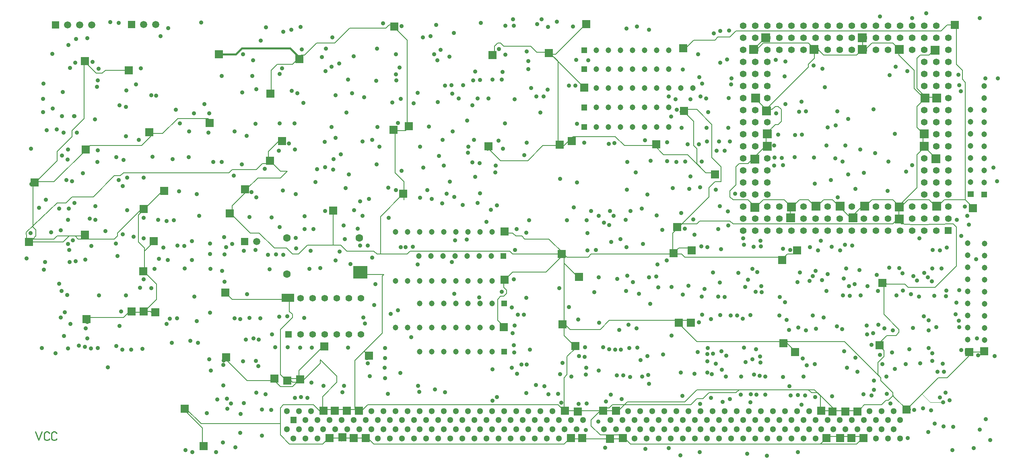
<source format=gbr>
%FSLAX34Y34*%
%MOMM*%
%LNCOPPER_INNER2*%
G71*
G01*
%ADD10C, 1.520*%
%ADD11C, 1.200*%
%ADD12C, 1.600*%
%ADD13C, 1.400*%
%ADD14C, 1.300*%
%ADD15C, 0.900*%
%ADD16R, 1.900X1.900*%
%ADD17C, 0.222*%
%ADD18R, 1.700X1.700*%
%ADD19C, 0.150*%
%ADD20C, 0.400*%
%ADD21C, 0.100*%
%LPD*%
G36*
X-1053612Y68725D02*
X-1038412Y68725D01*
X-1038412Y53525D01*
X-1053612Y53525D01*
X-1053612Y68725D01*
G37*
X-1020612Y61125D02*
G54D10*
D03*
X-995212Y61125D02*
G54D10*
D03*
X-969812Y61125D02*
G54D10*
D03*
G36*
X-893425Y69638D02*
X-878225Y69638D01*
X-878225Y54438D01*
X-893425Y54438D01*
X-893425Y69638D01*
G37*
X-860425Y62038D02*
G54D10*
D03*
X-835025Y62038D02*
G54D10*
D03*
G36*
X60675Y14062D02*
X72675Y14062D01*
X72675Y2062D01*
X60675Y2062D01*
X60675Y14062D01*
G37*
X92075Y8062D02*
G54D11*
D03*
X117475Y8062D02*
G54D11*
D03*
X142875Y8062D02*
G54D11*
D03*
X168275Y8062D02*
G54D11*
D03*
X193675Y8062D02*
G54D11*
D03*
X219075Y8062D02*
G54D11*
D03*
X244475Y8062D02*
G54D11*
D03*
G36*
X60675Y-25625D02*
X72675Y-25625D01*
X72675Y-37625D01*
X60675Y-37625D01*
X60675Y-25625D01*
G37*
X92075Y-31625D02*
G54D11*
D03*
X117475Y-31625D02*
G54D11*
D03*
X142875Y-31625D02*
G54D11*
D03*
X168275Y-31625D02*
G54D11*
D03*
X193675Y-31625D02*
G54D11*
D03*
X219075Y-31625D02*
G54D11*
D03*
X244475Y-31625D02*
G54D11*
D03*
G36*
X60675Y-65312D02*
X72675Y-65312D01*
X72675Y-77312D01*
X60675Y-77312D01*
X60675Y-65312D01*
G37*
X92075Y-71312D02*
G54D11*
D03*
X117475Y-71312D02*
G54D11*
D03*
X142875Y-71312D02*
G54D11*
D03*
X168275Y-71312D02*
G54D11*
D03*
X193675Y-71312D02*
G54D11*
D03*
X219075Y-71312D02*
G54D11*
D03*
X244475Y-71312D02*
G54D11*
D03*
X269875Y-71312D02*
G54D11*
D03*
X295275Y-71312D02*
G54D11*
D03*
G36*
X60675Y-106588D02*
X72675Y-106588D01*
X72675Y-118588D01*
X60675Y-118588D01*
X60675Y-106588D01*
G37*
X92075Y-112588D02*
G54D11*
D03*
X117475Y-112588D02*
G54D11*
D03*
X142875Y-112588D02*
G54D11*
D03*
X168275Y-112588D02*
G54D11*
D03*
X193675Y-112588D02*
G54D11*
D03*
X219075Y-112588D02*
G54D11*
D03*
X244475Y-112588D02*
G54D11*
D03*
G36*
X60675Y-147862D02*
X72675Y-147862D01*
X72675Y-159862D01*
X60675Y-159862D01*
X60675Y-147862D01*
G37*
X92075Y-153862D02*
G54D11*
D03*
X117475Y-153862D02*
G54D11*
D03*
X142875Y-153862D02*
G54D11*
D03*
X168275Y-153862D02*
G54D11*
D03*
X193675Y-153862D02*
G54D11*
D03*
X219075Y-153862D02*
G54D11*
D03*
X244475Y-153862D02*
G54D11*
D03*
G36*
X-95600Y-380525D02*
X-107600Y-380525D01*
X-107600Y-368525D01*
X-95600Y-368525D01*
X-95600Y-380525D01*
G37*
X-127000Y-374525D02*
G54D11*
D03*
X-152400Y-374525D02*
G54D11*
D03*
X-177800Y-374525D02*
G54D11*
D03*
X-203200Y-374525D02*
G54D11*
D03*
X-228600Y-374525D02*
G54D11*
D03*
X-254000Y-374525D02*
G54D11*
D03*
X-279400Y-374525D02*
G54D11*
D03*
X-304800Y-374525D02*
G54D11*
D03*
X-330200Y-374525D02*
G54D11*
D03*
G36*
X-95600Y-483712D02*
X-107600Y-483712D01*
X-107600Y-471712D01*
X-95600Y-471712D01*
X-95600Y-483712D01*
G37*
X-127000Y-477712D02*
G54D11*
D03*
X-152400Y-477712D02*
G54D11*
D03*
X-177800Y-477712D02*
G54D11*
D03*
X-203200Y-477712D02*
G54D11*
D03*
X-228600Y-477712D02*
G54D11*
D03*
X-254000Y-477712D02*
G54D11*
D03*
X-279400Y-477712D02*
G54D11*
D03*
X-304800Y-477712D02*
G54D11*
D03*
X-330200Y-477712D02*
G54D11*
D03*
G36*
X-95600Y-582138D02*
X-107600Y-582138D01*
X-107600Y-570138D01*
X-95600Y-570138D01*
X-95600Y-582138D01*
G37*
X-127000Y-576138D02*
G54D11*
D03*
X-152400Y-576138D02*
G54D11*
D03*
X-177800Y-576138D02*
G54D11*
D03*
X-203200Y-576138D02*
G54D11*
D03*
X-228600Y-576138D02*
G54D11*
D03*
X-254000Y-576138D02*
G54D11*
D03*
X-279400Y-576138D02*
G54D11*
D03*
X-304800Y-576138D02*
G54D11*
D03*
X-330200Y-576138D02*
G54D11*
D03*
G36*
X-97188Y-431325D02*
X-109188Y-431325D01*
X-109188Y-419325D01*
X-97188Y-419325D01*
X-97188Y-431325D01*
G37*
X-128588Y-425325D02*
G54D11*
D03*
X-153988Y-425325D02*
G54D11*
D03*
X-179388Y-425325D02*
G54D11*
D03*
X-204788Y-425325D02*
G54D11*
D03*
X-230188Y-425325D02*
G54D11*
D03*
X-255588Y-425325D02*
G54D11*
D03*
X-280988Y-425325D02*
G54D11*
D03*
G36*
X-95600Y-531338D02*
X-107600Y-531338D01*
X-107600Y-519338D01*
X-95600Y-519338D01*
X-95600Y-531338D01*
G37*
X-127000Y-525338D02*
G54D11*
D03*
X-152400Y-525338D02*
G54D11*
D03*
X-177800Y-525338D02*
G54D11*
D03*
X-203200Y-525338D02*
G54D11*
D03*
X-228600Y-525338D02*
G54D11*
D03*
X-254000Y-525338D02*
G54D11*
D03*
X-279400Y-525338D02*
G54D11*
D03*
G36*
X-95600Y-632938D02*
X-107600Y-632938D01*
X-107600Y-620938D01*
X-95600Y-620938D01*
X-95600Y-632938D01*
G37*
X-127000Y-626938D02*
G54D11*
D03*
X-152400Y-626938D02*
G54D11*
D03*
X-177800Y-626938D02*
G54D11*
D03*
X-203200Y-626938D02*
G54D11*
D03*
X-228600Y-626938D02*
G54D11*
D03*
X-254000Y-626938D02*
G54D11*
D03*
X-279400Y-626938D02*
G54D11*
D03*
X-406400Y-463425D02*
G54D12*
D03*
X-558800Y-463425D02*
G54D12*
D03*
X-558800Y-387225D02*
G54D12*
D03*
X-406400Y-387225D02*
G54D12*
D03*
G36*
X-562625Y-583425D02*
X-548625Y-583425D01*
X-548625Y-597425D01*
X-562625Y-597425D01*
X-562625Y-583425D01*
G37*
X-530225Y-590425D02*
G54D13*
D03*
X-504825Y-590425D02*
G54D13*
D03*
X-479425Y-590425D02*
G54D13*
D03*
X-454025Y-590425D02*
G54D13*
D03*
X-428625Y-590425D02*
G54D13*
D03*
X-403225Y-590425D02*
G54D13*
D03*
X-403225Y-514225D02*
G54D13*
D03*
X-428625Y-514225D02*
G54D13*
D03*
X-454025Y-514225D02*
G54D13*
D03*
X-479425Y-514225D02*
G54D13*
D03*
X-504825Y-514225D02*
G54D13*
D03*
X-530225Y-514225D02*
G54D13*
D03*
X-555625Y-514225D02*
G54D13*
D03*
G36*
X867919Y-633063D02*
X867919Y-621063D01*
X879919Y-621063D01*
X879919Y-633063D01*
X867919Y-633063D01*
G37*
X873919Y-601663D02*
G54D11*
D03*
X873919Y-576263D02*
G54D11*
D03*
X873919Y-550863D02*
G54D11*
D03*
X873919Y-525463D02*
G54D11*
D03*
X873919Y-500063D02*
G54D11*
D03*
X873919Y-474663D02*
G54D11*
D03*
X873919Y-449263D02*
G54D11*
D03*
X873919Y-423863D02*
G54D11*
D03*
X873919Y-398463D02*
G54D11*
D03*
G36*
X903241Y-633460D02*
X903241Y-621460D01*
X915241Y-621460D01*
X915241Y-633460D01*
X903241Y-633460D01*
G37*
X909241Y-602060D02*
G54D11*
D03*
X909241Y-576660D02*
G54D11*
D03*
X909241Y-551260D02*
G54D11*
D03*
X909241Y-525860D02*
G54D11*
D03*
X909241Y-500460D02*
G54D11*
D03*
X909241Y-475060D02*
G54D11*
D03*
X909241Y-449660D02*
G54D11*
D03*
X909241Y-424260D02*
G54D11*
D03*
X909241Y-398860D02*
G54D11*
D03*
G36*
X902447Y-302069D02*
X902447Y-290069D01*
X914447Y-290069D01*
X914447Y-302069D01*
X902447Y-302069D01*
G37*
X908447Y-270669D02*
G54D11*
D03*
X908447Y-245269D02*
G54D11*
D03*
X908447Y-219869D02*
G54D11*
D03*
X908447Y-194469D02*
G54D11*
D03*
X908447Y-169069D02*
G54D11*
D03*
X908447Y-143669D02*
G54D11*
D03*
X908447Y-118269D02*
G54D11*
D03*
X908447Y-92869D02*
G54D11*
D03*
X908447Y-67469D02*
G54D11*
D03*
G36*
X873872Y-301276D02*
X873872Y-289276D01*
X885872Y-289276D01*
X885872Y-301276D01*
X873872Y-301276D01*
G37*
X879872Y-269876D02*
G54D11*
D03*
X879872Y-244476D02*
G54D11*
D03*
X879872Y-219076D02*
G54D11*
D03*
X879872Y-193676D02*
G54D11*
D03*
X879872Y-168276D02*
G54D11*
D03*
X879872Y-142876D02*
G54D11*
D03*
X879872Y-117476D02*
G54D11*
D03*
G36*
X-655300Y-387291D02*
X-640100Y-387291D01*
X-640100Y-402491D01*
X-655300Y-402491D01*
X-655300Y-387291D01*
G37*
X-622300Y-394891D02*
G54D10*
D03*
X400844Y59928D02*
G54D13*
D03*
X426244Y59928D02*
G54D13*
D03*
X451644Y59928D02*
G54D13*
D03*
X477044Y59928D02*
G54D13*
D03*
X502444Y59928D02*
G54D13*
D03*
X527844Y59928D02*
G54D13*
D03*
X553244Y59928D02*
G54D13*
D03*
X578644Y59928D02*
G54D13*
D03*
X604044Y59928D02*
G54D13*
D03*
X629444Y59928D02*
G54D13*
D03*
X654844Y59928D02*
G54D13*
D03*
X680244Y59928D02*
G54D13*
D03*
X705644Y59928D02*
G54D13*
D03*
X731044Y59928D02*
G54D13*
D03*
X756444Y59928D02*
G54D13*
D03*
X781845Y59928D02*
G54D13*
D03*
X807245Y59928D02*
G54D13*
D03*
X400844Y34528D02*
G54D13*
D03*
X426244Y34528D02*
G54D13*
D03*
X451644Y34528D02*
G54D13*
D03*
X477044Y34528D02*
G54D13*
D03*
X502444Y34528D02*
G54D13*
D03*
X527844Y34528D02*
G54D13*
D03*
X553244Y34528D02*
G54D13*
D03*
X578644Y34528D02*
G54D13*
D03*
X604044Y34528D02*
G54D13*
D03*
X629444Y34528D02*
G54D13*
D03*
X654844Y34528D02*
G54D13*
D03*
X680244Y34528D02*
G54D13*
D03*
X705644Y34528D02*
G54D13*
D03*
X731044Y34528D02*
G54D13*
D03*
X756444Y34528D02*
G54D13*
D03*
X781845Y34528D02*
G54D13*
D03*
X807245Y34528D02*
G54D13*
D03*
X832645Y34528D02*
G54D13*
D03*
X400844Y9128D02*
G54D13*
D03*
X426244Y9128D02*
G54D13*
D03*
X451644Y9128D02*
G54D13*
D03*
X477044Y9128D02*
G54D13*
D03*
X502444Y9128D02*
G54D13*
D03*
X527844Y9128D02*
G54D13*
D03*
X553244Y9128D02*
G54D13*
D03*
X578644Y9128D02*
G54D13*
D03*
X604044Y9128D02*
G54D13*
D03*
X629444Y9128D02*
G54D13*
D03*
X654844Y9128D02*
G54D13*
D03*
X680244Y9128D02*
G54D13*
D03*
X705644Y9128D02*
G54D13*
D03*
X731044Y9128D02*
G54D13*
D03*
X756444Y9128D02*
G54D13*
D03*
X781845Y9128D02*
G54D13*
D03*
X807245Y9128D02*
G54D13*
D03*
X832645Y9128D02*
G54D13*
D03*
X400844Y-16272D02*
G54D13*
D03*
X426244Y-16272D02*
G54D13*
D03*
X451644Y-16272D02*
G54D13*
D03*
X781845Y-16272D02*
G54D13*
D03*
X807245Y-16272D02*
G54D13*
D03*
X832645Y-16272D02*
G54D13*
D03*
X400844Y-41672D02*
G54D13*
D03*
X426244Y-41672D02*
G54D13*
D03*
X451644Y-41672D02*
G54D13*
D03*
X781845Y-41672D02*
G54D13*
D03*
X807245Y-41672D02*
G54D13*
D03*
X832645Y-41672D02*
G54D13*
D03*
X400844Y-67072D02*
G54D13*
D03*
X426244Y-67072D02*
G54D13*
D03*
X451644Y-67072D02*
G54D13*
D03*
X781845Y-67072D02*
G54D13*
D03*
X807245Y-67072D02*
G54D13*
D03*
X832645Y-67072D02*
G54D13*
D03*
X400844Y-92472D02*
G54D13*
D03*
X426244Y-92472D02*
G54D13*
D03*
X451644Y-92472D02*
G54D13*
D03*
X781845Y-92472D02*
G54D13*
D03*
X807245Y-92472D02*
G54D13*
D03*
X832645Y-92472D02*
G54D13*
D03*
X400844Y-117872D02*
G54D13*
D03*
X426244Y-117872D02*
G54D13*
D03*
X451644Y-117872D02*
G54D13*
D03*
X781845Y-117872D02*
G54D13*
D03*
X807245Y-117872D02*
G54D13*
D03*
X832645Y-117872D02*
G54D13*
D03*
X400844Y-143272D02*
G54D13*
D03*
X426244Y-143272D02*
G54D13*
D03*
X451644Y-143272D02*
G54D13*
D03*
X781845Y-143272D02*
G54D13*
D03*
X807245Y-143272D02*
G54D13*
D03*
X832645Y-143272D02*
G54D13*
D03*
X400844Y-168672D02*
G54D13*
D03*
X426244Y-168672D02*
G54D13*
D03*
X451644Y-168672D02*
G54D13*
D03*
X781845Y-168672D02*
G54D13*
D03*
X807245Y-168672D02*
G54D13*
D03*
X832645Y-168672D02*
G54D13*
D03*
X400844Y-194072D02*
G54D13*
D03*
X426244Y-194072D02*
G54D13*
D03*
X451644Y-194072D02*
G54D13*
D03*
X781845Y-194072D02*
G54D13*
D03*
X807245Y-194072D02*
G54D13*
D03*
X832645Y-194072D02*
G54D13*
D03*
X400844Y-219472D02*
G54D13*
D03*
X426244Y-219472D02*
G54D13*
D03*
X451644Y-219472D02*
G54D13*
D03*
X781845Y-219472D02*
G54D13*
D03*
X807245Y-219472D02*
G54D13*
D03*
X832645Y-219472D02*
G54D13*
D03*
X400844Y-244872D02*
G54D13*
D03*
X426244Y-244872D02*
G54D13*
D03*
X451644Y-244872D02*
G54D13*
D03*
X781845Y-244872D02*
G54D13*
D03*
X807245Y-244872D02*
G54D13*
D03*
X832645Y-244872D02*
G54D13*
D03*
X400844Y-270272D02*
G54D13*
D03*
X426244Y-270272D02*
G54D13*
D03*
X451644Y-270272D02*
G54D13*
D03*
X781845Y-270272D02*
G54D13*
D03*
X807245Y-270272D02*
G54D13*
D03*
X832645Y-270272D02*
G54D13*
D03*
X400844Y-295672D02*
G54D13*
D03*
X426244Y-295672D02*
G54D13*
D03*
X451644Y-295672D02*
G54D13*
D03*
X781845Y-295672D02*
G54D13*
D03*
X807245Y-295672D02*
G54D13*
D03*
X832645Y-295672D02*
G54D13*
D03*
X400844Y-321072D02*
G54D13*
D03*
X426244Y-321072D02*
G54D13*
D03*
X451644Y-321072D02*
G54D13*
D03*
X477044Y-321072D02*
G54D13*
D03*
X502444Y-321072D02*
G54D13*
D03*
X527844Y-321072D02*
G54D13*
D03*
X553244Y-321072D02*
G54D13*
D03*
X578644Y-321072D02*
G54D13*
D03*
X604044Y-321072D02*
G54D13*
D03*
X629444Y-321072D02*
G54D13*
D03*
X654844Y-321072D02*
G54D13*
D03*
X680244Y-321072D02*
G54D13*
D03*
X705644Y-321072D02*
G54D13*
D03*
X731044Y-321072D02*
G54D13*
D03*
X756444Y-321072D02*
G54D13*
D03*
X781845Y-321072D02*
G54D13*
D03*
X807245Y-321072D02*
G54D13*
D03*
X832645Y-321072D02*
G54D13*
D03*
X400844Y-346472D02*
G54D13*
D03*
X426244Y-346472D02*
G54D13*
D03*
X451644Y-346472D02*
G54D13*
D03*
X477044Y-346472D02*
G54D13*
D03*
X502444Y-346472D02*
G54D13*
D03*
X527844Y-346472D02*
G54D13*
D03*
X553244Y-346472D02*
G54D13*
D03*
X578644Y-346472D02*
G54D13*
D03*
X604044Y-346472D02*
G54D13*
D03*
X629444Y-346472D02*
G54D13*
D03*
X654844Y-346472D02*
G54D13*
D03*
X680244Y-346472D02*
G54D13*
D03*
X705644Y-346472D02*
G54D13*
D03*
X731044Y-346472D02*
G54D13*
D03*
X756444Y-346472D02*
G54D13*
D03*
X781845Y-346472D02*
G54D13*
D03*
X807245Y-346472D02*
G54D13*
D03*
X832645Y-346472D02*
G54D13*
D03*
X400844Y-371872D02*
G54D13*
D03*
X426244Y-371872D02*
G54D13*
D03*
X451644Y-371872D02*
G54D13*
D03*
X477044Y-371872D02*
G54D13*
D03*
X502444Y-371872D02*
G54D13*
D03*
X527844Y-371872D02*
G54D13*
D03*
X553244Y-371872D02*
G54D13*
D03*
X578644Y-371872D02*
G54D13*
D03*
X604044Y-371872D02*
G54D13*
D03*
X629444Y-371872D02*
G54D13*
D03*
X654844Y-371872D02*
G54D13*
D03*
X680244Y-371872D02*
G54D13*
D03*
X705644Y-371872D02*
G54D13*
D03*
X731044Y-371872D02*
G54D13*
D03*
X756444Y-371872D02*
G54D13*
D03*
X781845Y-371872D02*
G54D13*
D03*
X807245Y-371872D02*
G54D13*
D03*
G36*
X825645Y-364872D02*
X839645Y-364872D01*
X839645Y-378872D01*
X825645Y-378872D01*
X825645Y-364872D01*
G37*
X-558800Y-752079D02*
G54D14*
D03*
X-533400Y-752079D02*
G54D14*
D03*
X-508000Y-752079D02*
G54D14*
D03*
X-482600Y-752079D02*
G54D14*
D03*
X-457200Y-752079D02*
G54D14*
D03*
X-431800Y-752079D02*
G54D14*
D03*
X-406400Y-752079D02*
G54D14*
D03*
X-381000Y-752079D02*
G54D14*
D03*
X-355600Y-752079D02*
G54D14*
D03*
X-330200Y-752079D02*
G54D14*
D03*
X-304800Y-752079D02*
G54D14*
D03*
X-279400Y-752079D02*
G54D14*
D03*
X-254000Y-752079D02*
G54D14*
D03*
X-228600Y-752079D02*
G54D14*
D03*
X-203200Y-752079D02*
G54D14*
D03*
X-177800Y-752079D02*
G54D14*
D03*
X-152400Y-752079D02*
G54D14*
D03*
X-127000Y-752079D02*
G54D14*
D03*
X-101600Y-752079D02*
G54D14*
D03*
X-76200Y-752079D02*
G54D14*
D03*
X-50800Y-752079D02*
G54D14*
D03*
X-25400Y-752079D02*
G54D14*
D03*
X0Y-752079D02*
G54D14*
D03*
X25400Y-752079D02*
G54D14*
D03*
X50800Y-752079D02*
G54D14*
D03*
X-558800Y-790579D02*
G54D14*
D03*
X-533400Y-790579D02*
G54D14*
D03*
X-508000Y-790579D02*
G54D14*
D03*
X-482600Y-790579D02*
G54D14*
D03*
X-457200Y-790579D02*
G54D14*
D03*
X-431800Y-790579D02*
G54D14*
D03*
X-406400Y-790579D02*
G54D14*
D03*
X-381000Y-790579D02*
G54D14*
D03*
X-355600Y-790579D02*
G54D14*
D03*
X-330200Y-790579D02*
G54D14*
D03*
X-304800Y-790579D02*
G54D14*
D03*
X-279400Y-790579D02*
G54D14*
D03*
X-254000Y-790579D02*
G54D14*
D03*
X-228600Y-790579D02*
G54D14*
D03*
X-203200Y-790579D02*
G54D14*
D03*
X-177800Y-790579D02*
G54D14*
D03*
X-152400Y-790579D02*
G54D14*
D03*
X-127000Y-790579D02*
G54D14*
D03*
X-101600Y-790579D02*
G54D14*
D03*
X-76200Y-790579D02*
G54D14*
D03*
X-50800Y-790579D02*
G54D14*
D03*
X-25400Y-790579D02*
G54D14*
D03*
X0Y-790579D02*
G54D14*
D03*
X25400Y-790579D02*
G54D14*
D03*
X50800Y-790579D02*
G54D14*
D03*
G36*
X-551730Y-764436D02*
X-538730Y-764436D01*
X-538730Y-777436D01*
X-551730Y-777436D01*
X-551730Y-764436D01*
G37*
X-519830Y-770936D02*
G54D14*
D03*
X-494430Y-770936D02*
G54D14*
D03*
X-469030Y-770936D02*
G54D14*
D03*
X-443630Y-770936D02*
G54D14*
D03*
X-418230Y-770936D02*
G54D14*
D03*
X-392830Y-770936D02*
G54D14*
D03*
X-367430Y-770936D02*
G54D14*
D03*
X-342030Y-770936D02*
G54D14*
D03*
X-316630Y-770936D02*
G54D14*
D03*
X-291230Y-770936D02*
G54D14*
D03*
X-265830Y-770936D02*
G54D14*
D03*
X-240430Y-770936D02*
G54D14*
D03*
X-215030Y-770936D02*
G54D14*
D03*
X-189630Y-770936D02*
G54D14*
D03*
X-164230Y-770936D02*
G54D14*
D03*
X-138830Y-770936D02*
G54D14*
D03*
X-113430Y-770936D02*
G54D14*
D03*
X-88030Y-770936D02*
G54D14*
D03*
X-62631Y-770936D02*
G54D14*
D03*
X-37230Y-770936D02*
G54D14*
D03*
X-11830Y-770936D02*
G54D14*
D03*
X13570Y-770936D02*
G54D14*
D03*
X38970Y-770936D02*
G54D14*
D03*
X64370Y-770936D02*
G54D14*
D03*
X-545230Y-809436D02*
G54D14*
D03*
X-519830Y-809436D02*
G54D14*
D03*
X-494430Y-809436D02*
G54D14*
D03*
X-469030Y-809436D02*
G54D14*
D03*
X-443630Y-809436D02*
G54D14*
D03*
X-418230Y-809436D02*
G54D14*
D03*
X-392830Y-809436D02*
G54D14*
D03*
X-367430Y-809436D02*
G54D14*
D03*
X-342030Y-809436D02*
G54D14*
D03*
X-316630Y-809436D02*
G54D14*
D03*
X-291230Y-809436D02*
G54D14*
D03*
X-265830Y-809436D02*
G54D14*
D03*
X-240430Y-809436D02*
G54D14*
D03*
X-215030Y-809436D02*
G54D14*
D03*
X-189630Y-809436D02*
G54D14*
D03*
X-164230Y-809436D02*
G54D14*
D03*
X-138830Y-809436D02*
G54D14*
D03*
X-113430Y-809436D02*
G54D14*
D03*
X-88030Y-809436D02*
G54D14*
D03*
X-62631Y-809436D02*
G54D14*
D03*
X-37230Y-809436D02*
G54D14*
D03*
X-11830Y-809436D02*
G54D14*
D03*
X13570Y-809436D02*
G54D14*
D03*
X38970Y-809436D02*
G54D14*
D03*
X64370Y-809436D02*
G54D14*
D03*
X107950Y-752079D02*
G54D14*
D03*
X133350Y-752079D02*
G54D14*
D03*
X158750Y-752079D02*
G54D14*
D03*
X184150Y-752079D02*
G54D14*
D03*
X209550Y-752079D02*
G54D14*
D03*
X234950Y-752079D02*
G54D14*
D03*
X260350Y-752079D02*
G54D14*
D03*
X285750Y-752079D02*
G54D14*
D03*
X311150Y-752079D02*
G54D14*
D03*
X336550Y-752079D02*
G54D14*
D03*
X361950Y-752079D02*
G54D14*
D03*
X387350Y-752079D02*
G54D14*
D03*
X412750Y-752079D02*
G54D14*
D03*
X438150Y-752079D02*
G54D14*
D03*
X463550Y-752079D02*
G54D14*
D03*
X488950Y-752079D02*
G54D14*
D03*
X514350Y-752079D02*
G54D14*
D03*
X539750Y-752079D02*
G54D14*
D03*
X565150Y-752079D02*
G54D14*
D03*
X590550Y-752079D02*
G54D14*
D03*
X615950Y-752079D02*
G54D14*
D03*
X641350Y-752079D02*
G54D14*
D03*
X666750Y-752079D02*
G54D14*
D03*
X692150Y-752079D02*
G54D14*
D03*
X717550Y-752079D02*
G54D14*
D03*
X107950Y-790579D02*
G54D14*
D03*
X133350Y-790579D02*
G54D14*
D03*
X158750Y-790579D02*
G54D14*
D03*
X184150Y-790579D02*
G54D14*
D03*
X209550Y-790579D02*
G54D14*
D03*
X234950Y-790579D02*
G54D14*
D03*
X260350Y-790579D02*
G54D14*
D03*
X285750Y-790579D02*
G54D14*
D03*
X311150Y-790579D02*
G54D14*
D03*
X336550Y-790579D02*
G54D14*
D03*
X361950Y-790579D02*
G54D14*
D03*
X387350Y-790579D02*
G54D14*
D03*
X412750Y-790579D02*
G54D14*
D03*
X438150Y-790579D02*
G54D14*
D03*
X463550Y-790579D02*
G54D14*
D03*
X488950Y-790579D02*
G54D14*
D03*
X514350Y-790579D02*
G54D14*
D03*
X539750Y-790579D02*
G54D14*
D03*
X565150Y-790579D02*
G54D14*
D03*
X590550Y-790579D02*
G54D14*
D03*
X615950Y-790579D02*
G54D14*
D03*
X641350Y-790579D02*
G54D14*
D03*
X666750Y-790579D02*
G54D14*
D03*
X692150Y-790579D02*
G54D14*
D03*
X717550Y-790579D02*
G54D14*
D03*
X121520Y-770936D02*
G54D14*
D03*
X146920Y-770936D02*
G54D14*
D03*
X172320Y-770936D02*
G54D14*
D03*
X197720Y-770936D02*
G54D14*
D03*
X223120Y-770936D02*
G54D14*
D03*
X248520Y-770936D02*
G54D14*
D03*
X273920Y-770936D02*
G54D14*
D03*
X299320Y-770936D02*
G54D14*
D03*
X324720Y-770936D02*
G54D14*
D03*
X350120Y-770936D02*
G54D14*
D03*
X375520Y-770936D02*
G54D14*
D03*
X400920Y-770936D02*
G54D14*
D03*
X426320Y-770936D02*
G54D14*
D03*
X451720Y-770936D02*
G54D14*
D03*
X477120Y-770936D02*
G54D14*
D03*
X502520Y-770936D02*
G54D14*
D03*
X527919Y-770936D02*
G54D14*
D03*
X553319Y-770936D02*
G54D14*
D03*
X578719Y-770936D02*
G54D14*
D03*
X604119Y-770936D02*
G54D14*
D03*
X629519Y-770936D02*
G54D14*
D03*
X654919Y-770936D02*
G54D14*
D03*
X680319Y-770936D02*
G54D14*
D03*
X705719Y-770936D02*
G54D14*
D03*
X731120Y-770936D02*
G54D14*
D03*
X121520Y-809436D02*
G54D14*
D03*
X146920Y-809436D02*
G54D14*
D03*
X172320Y-809436D02*
G54D14*
D03*
X197720Y-809436D02*
G54D14*
D03*
X223120Y-809436D02*
G54D14*
D03*
X248520Y-809436D02*
G54D14*
D03*
X273920Y-809436D02*
G54D14*
D03*
X299320Y-809436D02*
G54D14*
D03*
X324720Y-809436D02*
G54D14*
D03*
X350120Y-809436D02*
G54D14*
D03*
X375520Y-809436D02*
G54D14*
D03*
X400920Y-809436D02*
G54D14*
D03*
X426320Y-809436D02*
G54D14*
D03*
X451720Y-809436D02*
G54D14*
D03*
X477120Y-809436D02*
G54D14*
D03*
X502520Y-809436D02*
G54D14*
D03*
X527919Y-809436D02*
G54D14*
D03*
X553319Y-809436D02*
G54D14*
D03*
X578719Y-809436D02*
G54D14*
D03*
X604119Y-809436D02*
G54D14*
D03*
X629519Y-809436D02*
G54D14*
D03*
X654919Y-809436D02*
G54D14*
D03*
X680319Y-809436D02*
G54D14*
D03*
X705719Y-809436D02*
G54D14*
D03*
X731120Y-809436D02*
G54D14*
D03*
X-32147Y63500D02*
G54D15*
D03*
X-79772Y-94854D02*
G54D15*
D03*
X-792559Y-117476D02*
G54D15*
D03*
X354806Y-411162D02*
G54D15*
D03*
X-844550Y-493316D02*
G54D15*
D03*
X371078Y49609D02*
G54D15*
D03*
X-99219Y59531D02*
G54D15*
D03*
X-256778Y37306D02*
G54D15*
D03*
X-1004094Y-17859D02*
G54D15*
D03*
X8731Y68262D02*
G54D15*
D03*
X-33734Y-89694D02*
G54D15*
D03*
X-722709Y-124619D02*
G54D15*
D03*
X155972Y53578D02*
G54D15*
D03*
X-49212Y-350441D02*
G54D15*
D03*
X-138906Y-353616D02*
G54D15*
D03*
X-23416Y73422D02*
G54D15*
D03*
X-50800Y-14684D02*
G54D15*
D03*
X-967581Y-16669D02*
G54D15*
D03*
X-9128Y57547D02*
G54D15*
D03*
X-82947Y73422D02*
G54D15*
D03*
X-245269Y61119D02*
G54D15*
D03*
X-955278Y-30956D02*
G54D15*
D03*
X689372Y79375D02*
G54D15*
D03*
X-930275Y67072D02*
G54D15*
D03*
X-912812Y65484D02*
G54D15*
D03*
X-1071166Y-61912D02*
G54D15*
D03*
X339725Y43656D02*
G54D15*
D03*
X-808434Y54769D02*
G54D15*
D03*
X786209Y85725D02*
G54D15*
D03*
X510381Y-170656D02*
G54D15*
D03*
X475059Y-169862D02*
G54D15*
D03*
X313928Y-226616D02*
G54D15*
D03*
X279400Y-226616D02*
G54D15*
D03*
X252809Y-282575D02*
G54D15*
D03*
X-116681Y-319088D02*
G54D15*
D03*
X-748903Y-295275D02*
G54D15*
D03*
X549275Y-23812D02*
G54D15*
D03*
X489744Y-15875D02*
G54D15*
D03*
X-53975Y5159D02*
G54D15*
D03*
X-99616Y-1588D02*
G54D15*
D03*
X-210741Y-83344D02*
G54D15*
D03*
X-1015206Y-29369D02*
G54D15*
D03*
X756841Y75803D02*
G54D15*
D03*
X-45244Y-71438D02*
G54D15*
D03*
X-329009Y-55166D02*
G54D15*
D03*
X-574278Y-41672D02*
G54D15*
D03*
X-1071959Y-94059D02*
G54D15*
D03*
X-1071959Y-122238D02*
G54D15*
D03*
X-1042988Y-158750D02*
G54D15*
D03*
X-870347Y-180975D02*
G54D15*
D03*
X-574278Y-146050D02*
G54D15*
D03*
X-860425Y-345281D02*
G54D15*
D03*
X-830262Y-349250D02*
G54D15*
D03*
X352822Y48419D02*
G54D15*
D03*
X-81756Y59928D02*
G54D15*
D03*
X910431Y-51197D02*
G54D15*
D03*
X936626Y-51196D02*
G54D15*
D03*
X636984Y-284162D02*
G54D15*
D03*
X310356Y-280988D02*
G54D15*
D03*
X469900Y-12303D02*
G54D15*
D03*
X567531Y-30956D02*
G54D15*
D03*
X402828Y-402034D02*
G54D15*
D03*
X-785812Y-289322D02*
G54D15*
D03*
X-10716Y-74612D02*
G54D15*
D03*
X-167084Y-55166D02*
G54D15*
D03*
X-321866Y-28575D02*
G54D15*
D03*
X-317500Y59134D02*
G54D15*
D03*
X-530225Y56753D02*
G54D15*
D03*
X-1030684Y-80169D02*
G54D15*
D03*
X-613966Y28178D02*
G54D15*
D03*
X-624681Y-412353D02*
G54D15*
D03*
X-566738Y-422672D02*
G54D15*
D03*
X-150812Y65484D02*
G54D15*
D03*
X-356791Y65088D02*
G54D15*
D03*
X-1002903Y31353D02*
G54D15*
D03*
X-739378Y66278D02*
G54D15*
D03*
X-550069Y51197D02*
G54D15*
D03*
X-764778Y-162719D02*
G54D15*
D03*
X-723900Y-165100D02*
G54D15*
D03*
X-721122Y-544909D02*
G54D15*
D03*
X-721122Y-398859D02*
G54D15*
D03*
X-686991Y-406797D02*
G54D15*
D03*
X-982662Y-578247D02*
G54D15*
D03*
X935038Y-268288D02*
G54D15*
D03*
X886222Y-829866D02*
G54D15*
D03*
X853678Y-43656D02*
G54D15*
D03*
X855662Y-65484D02*
G54D15*
D03*
X744141Y-247253D02*
G54D15*
D03*
X290116Y-257969D02*
G54D15*
D03*
X287734Y-283766D02*
G54D15*
D03*
X-157559Y-313928D02*
G54D15*
D03*
X370284Y-92869D02*
G54D15*
D03*
X323056Y-93266D02*
G54D15*
D03*
X315119Y-61913D02*
G54D15*
D03*
X34925Y-66676D02*
G54D15*
D03*
X-449262Y-20241D02*
G54D15*
D03*
X-126206Y-53976D02*
G54D15*
D03*
X-554434Y-188119D02*
G54D15*
D03*
X-1029097Y-165100D02*
G54D15*
D03*
X352822Y-18257D02*
G54D15*
D03*
X-418703Y-4366D02*
G54D15*
D03*
X-163116Y-36910D02*
G54D15*
D03*
X-542131Y-201216D02*
G54D15*
D03*
X-1019969Y-200819D02*
G54D15*
D03*
X244475Y-89694D02*
G54D15*
D03*
X-1064419Y-160735D02*
G54D15*
D03*
X-624681Y-147241D02*
G54D15*
D03*
X311547Y-88900D02*
G54D15*
D03*
X573088Y-69850D02*
G54D15*
D03*
X551656Y-273447D02*
G54D15*
D03*
X218678Y-340122D02*
G54D15*
D03*
X260350Y-227013D02*
G54D15*
D03*
X-169069Y-228203D02*
G54D15*
D03*
X-238919Y-214709D02*
G54D15*
D03*
X157559Y-227012D02*
G54D15*
D03*
X206772Y-225028D02*
G54D15*
D03*
X203200Y-694531D02*
G54D15*
D03*
X205184Y-526256D02*
G54D15*
D03*
X427038Y-500856D02*
G54D15*
D03*
X429419Y-717153D02*
G54D15*
D03*
X823119Y-784622D02*
G54D15*
D03*
X815181Y-723503D02*
G54D15*
D03*
X641350Y-669131D02*
G54D15*
D03*
X810022Y-669131D02*
G54D15*
D03*
X-668734Y-556816D02*
G54D15*
D03*
X-983853Y-616744D02*
G54D15*
D03*
X-297259Y-596503D02*
G54D15*
D03*
X-279003Y-302816D02*
G54D15*
D03*
X-223044Y-294084D02*
G54D15*
D03*
X290512Y-95647D02*
G54D15*
D03*
X-1023144Y-265112D02*
G54D15*
D03*
X-605631Y-241300D02*
G54D15*
D03*
X-260350Y-152797D02*
G54D15*
D03*
X-511969Y-452834D02*
G54D15*
D03*
X-508794Y-414338D02*
G54D15*
D03*
X-447675Y-416322D02*
G54D15*
D03*
X-445294Y-211138D02*
G54D15*
D03*
X-456406Y-176609D02*
G54D15*
D03*
X-456406Y-86519D02*
G54D15*
D03*
X-1020366Y-222250D02*
G54D15*
D03*
X-210219Y-163388D02*
G54D15*
D03*
X-204788Y-392112D02*
G54D15*
D03*
X-439341Y-361156D02*
G54D15*
D03*
X-293688Y-406003D02*
G54D15*
D03*
X-433388Y-123428D02*
G54D15*
D03*
X-1052116Y-114697D02*
G54D15*
D03*
X595709Y-150416D02*
G54D15*
D03*
X599281Y-121047D02*
G54D15*
D03*
X519112Y-121841D02*
G54D15*
D03*
X-1010841Y-268288D02*
G54D15*
D03*
X-633809Y-290512D02*
G54D15*
D03*
X362347Y-203994D02*
G54D15*
D03*
X-59134Y-213122D02*
G54D15*
D03*
X-78581Y-412750D02*
G54D15*
D03*
X-689920Y-479210D02*
G54D15*
D03*
X466725Y-192484D02*
G54D15*
D03*
X576262Y-192881D02*
G54D15*
D03*
X437356Y-393303D02*
G54D15*
D03*
X-581819Y-422275D02*
G54D15*
D03*
X-283766Y-442912D02*
G54D15*
D03*
X373459Y-184150D02*
G54D15*
D03*
X-230981Y-180975D02*
G54D15*
D03*
X-228997Y-234950D02*
G54D15*
D03*
X-478631Y-330994D02*
G54D15*
D03*
X-438944Y-698897D02*
G54D15*
D03*
X-283369Y-699294D02*
G54D15*
D03*
X466328Y-235347D02*
G54D15*
D03*
X-216297Y-268684D02*
G54D15*
D03*
X-119459Y-234553D02*
G54D15*
D03*
X-120650Y-249634D02*
G54D15*
D03*
X306388Y-794D02*
G54D15*
D03*
X-17066Y-700088D02*
G54D15*
D03*
X49609Y-11906D02*
G54D15*
D03*
X-242491Y-13097D02*
G54D15*
D03*
X-280194Y-711994D02*
G54D15*
D03*
X-346075Y-715566D02*
G54D15*
D03*
X352028Y-320675D02*
G54D15*
D03*
X164306Y-330994D02*
G54D15*
D03*
X155972Y-406797D02*
G54D15*
D03*
X509588Y-217091D02*
G54D15*
D03*
X482600Y-218678D02*
G54D15*
D03*
X369491Y-155575D02*
G54D15*
D03*
X324247Y-155575D02*
G54D15*
D03*
X240903Y-186134D02*
G54D15*
D03*
X130572Y-187722D02*
G54D15*
D03*
X123825Y-395684D02*
G54D15*
D03*
X-206772Y-300831D02*
G54D15*
D03*
X199628Y-295672D02*
G54D15*
D03*
X579225Y-154092D02*
G54D15*
D03*
X51594Y-147241D02*
G54D15*
D03*
X108347Y-355203D02*
G54D15*
D03*
X202803Y51197D02*
G54D15*
D03*
X-1032669Y-213518D02*
G54D15*
D03*
X258762Y-94853D02*
G54D15*
D03*
X-1000919Y-165100D02*
G54D15*
D03*
X-65484Y-654447D02*
G54D15*
D03*
X-352822Y-640159D02*
G54D15*
D03*
X-34925Y-697309D02*
G54D15*
D03*
X746522Y-36116D02*
G54D15*
D03*
X488156Y-46831D02*
G54D15*
D03*
X367109Y-11112D02*
G54D15*
D03*
X-188516Y-65484D02*
G54D15*
D03*
X523875Y-100012D02*
G54D15*
D03*
X375444Y-64294D02*
G54D15*
D03*
X308769Y-48816D02*
G54D15*
D03*
X11906Y-715962D02*
G54D15*
D03*
X533003Y-120650D02*
G54D15*
D03*
X376238Y-51594D02*
G54D15*
D03*
X-106759Y-53578D02*
G54D15*
D03*
X-25797Y-123428D02*
G54D15*
D03*
X-47625Y-622697D02*
G54D15*
D03*
X-80962Y-628253D02*
G54D15*
D03*
X722312Y-26988D02*
G54D15*
D03*
X-55166Y-714375D02*
G54D15*
D03*
X249238Y-131366D02*
G54D15*
D03*
X-86122Y-660797D02*
G54D15*
D03*
X-957262Y-619125D02*
G54D15*
D03*
X-8731Y-716359D02*
G54D15*
D03*
X709612Y-44847D02*
G54D15*
D03*
X71834Y-350044D02*
G54D15*
D03*
X30162Y-350044D02*
G54D15*
D03*
X67866Y-638175D02*
G54D15*
D03*
X54769Y-737394D02*
G54D15*
D03*
X-978694Y-599281D02*
G54D15*
D03*
X756444Y-234156D02*
G54D15*
D03*
X484981Y-234156D02*
G54D15*
D03*
X16272Y-674291D02*
G54D15*
D03*
X-971550Y-620316D02*
G54D15*
D03*
X858838Y-78184D02*
G54D15*
D03*
X-1038622Y-483791D02*
G54D15*
D03*
X194469Y-181769D02*
G54D15*
D03*
X-116681Y-722709D02*
G54D15*
D03*
X-126603Y-664369D02*
G54D15*
D03*
X-388541Y-651272D02*
G54D15*
D03*
X-384175Y-678259D02*
G54D15*
D03*
X-651272Y-646906D02*
G54D15*
D03*
X-642541Y-505619D02*
G54D15*
D03*
X-1045766Y-630634D02*
G54D15*
D03*
X-263128Y-286544D02*
G54D15*
D03*
X-247650Y-706438D02*
G54D15*
D03*
X-1035050Y-555228D02*
G54D15*
D03*
X-75803Y-368697D02*
G54D15*
D03*
X-73025Y-548878D02*
G54D15*
D03*
X-790178Y-556816D02*
G54D15*
D03*
X-805276Y-557386D02*
G54D15*
D03*
X-1027906Y-594122D02*
G54D15*
D03*
X719931Y-167878D02*
G54D15*
D03*
X-684212Y-746919D02*
G54D15*
D03*
X-1019969Y-619919D02*
G54D15*
D03*
X675084Y-116681D02*
G54D15*
D03*
X490056Y-105654D02*
G54D15*
D03*
X350044Y-183753D02*
G54D15*
D03*
X325041Y-184547D02*
G54D15*
D03*
X190103Y-399653D02*
G54D15*
D03*
X-180578Y-390525D02*
G54D15*
D03*
X-126603Y-729853D02*
G54D15*
D03*
X-1033462Y-499269D02*
G54D15*
D03*
X525066Y-169466D02*
G54D15*
D03*
X177976Y58349D02*
G54D15*
D03*
X43259Y58341D02*
G54D15*
D03*
X-18653Y-89694D02*
G54D15*
D03*
X-241697Y-101203D02*
G54D15*
D03*
X-254397Y-305197D02*
G54D15*
D03*
X-386159Y-305197D02*
G54D15*
D03*
X-373062Y-484981D02*
G54D15*
D03*
X-1074341Y-619125D02*
G54D15*
D03*
X121047Y-330597D02*
G54D15*
D03*
X-129778Y-327819D02*
G54D15*
D03*
X81359Y-330200D02*
G54D15*
D03*
X600075Y-301625D02*
G54D15*
D03*
X623888Y-488950D02*
G54D15*
D03*
X605234Y-413941D02*
G54D15*
D03*
X558800Y-413941D02*
G54D15*
D03*
X484584Y-409972D02*
G54D15*
D03*
X154384Y-498872D02*
G54D15*
D03*
X159544Y-570309D02*
G54D15*
D03*
X625475Y-509588D02*
G54D15*
D03*
X737394Y-498078D02*
G54D15*
D03*
X348456Y-510778D02*
G54D15*
D03*
X585788Y-265509D02*
G54D15*
D03*
X892969Y-598884D02*
G54D15*
D03*
X716359Y-582216D02*
G54D15*
D03*
X761206Y-749697D02*
G54D15*
D03*
X804466Y-778669D02*
G54D15*
D03*
X929878Y-636191D02*
G54D15*
D03*
X337741Y-631031D02*
G54D15*
D03*
X420291Y-643334D02*
G54D15*
D03*
X550069Y-217884D02*
G54D15*
D03*
X615950Y-192881D02*
G54D15*
D03*
X867966Y-321072D02*
G54D15*
D03*
X44847Y-323056D02*
G54D15*
D03*
X34925Y-533003D02*
G54D15*
D03*
X-85328Y-533400D02*
G54D15*
D03*
X-79772Y-572294D02*
G54D15*
D03*
X-1014725Y-568638D02*
G54D15*
D03*
X-398066Y-554831D02*
G54D15*
D03*
X-394891Y-567928D02*
G54D15*
D03*
X97234Y-340519D02*
G54D15*
D03*
X430609Y-459184D02*
G54D15*
D03*
X611188Y-508000D02*
G54D15*
D03*
X-206375Y-504825D02*
G54D15*
D03*
X136525Y-473472D02*
G54D15*
D03*
X576659Y-498872D02*
G54D15*
D03*
X554434Y-578644D02*
G54D15*
D03*
X106362Y-617538D02*
G54D15*
D03*
X98425Y-565944D02*
G54D15*
D03*
X526256Y-641350D02*
G54D15*
D03*
X533003Y-582216D02*
G54D15*
D03*
X177006Y-577850D02*
G54D15*
D03*
X876300Y-359569D02*
G54D15*
D03*
X771922Y-388541D02*
G54D15*
D03*
X798512Y-479028D02*
G54D15*
D03*
X662384Y-488950D02*
G54D15*
D03*
X685800Y-570309D02*
G54D15*
D03*
X527844Y-679053D02*
G54D15*
D03*
X531416Y-719138D02*
G54D15*
D03*
X524272Y-738584D02*
G54D15*
D03*
X515938Y-838994D02*
G54D15*
D03*
X112316Y-732234D02*
G54D15*
D03*
X850106Y-523478D02*
G54D15*
D03*
X860028Y-623888D02*
G54D15*
D03*
X848519Y-548084D02*
G54D15*
D03*
X352822Y-550069D02*
G54D15*
D03*
X723503Y-508794D02*
G54D15*
D03*
X747316Y-808831D02*
G54D15*
D03*
X-1026319Y-543719D02*
G54D15*
D03*
X-325438Y-540147D02*
G54D15*
D03*
X-319881Y-671909D02*
G54D15*
D03*
X-74612Y-673894D02*
G54D15*
D03*
X73819Y-377428D02*
G54D15*
D03*
X-55562Y-376238D02*
G54D15*
D03*
X-55166Y-513556D02*
G54D15*
D03*
X-154384Y-512366D02*
G54D15*
D03*
X142478Y-390128D02*
G54D15*
D03*
X140494Y-581025D02*
G54D15*
D03*
X609600Y-579438D02*
G54D15*
D03*
X594916Y-219472D02*
G54D15*
D03*
X467519Y-217884D02*
G54D15*
D03*
X351631Y-481409D02*
G54D15*
D03*
X250825Y-490934D02*
G54D15*
D03*
X250428Y-592931D02*
G54D15*
D03*
X132159Y-622300D02*
G54D15*
D03*
X588169Y-721122D02*
G54D15*
D03*
X119062Y-621506D02*
G54D15*
D03*
X500062Y-412750D02*
G54D15*
D03*
X477441Y-550466D02*
G54D15*
D03*
X489347Y-523081D02*
G54D15*
D03*
X-340916Y-547291D02*
G54D15*
D03*
X88106Y-502047D02*
G54D15*
D03*
X547291Y-550466D02*
G54D15*
D03*
X417116Y-716756D02*
G54D15*
D03*
X163512Y-680641D02*
G54D15*
D03*
X447928Y-679679D02*
G54D15*
D03*
X541734Y-406400D02*
G54D15*
D03*
X148828Y-676672D02*
G54D15*
D03*
X397272Y-679053D02*
G54D15*
D03*
X396182Y-717401D02*
G54D15*
D03*
X134938Y-676672D02*
G54D15*
D03*
X829866Y-407591D02*
G54D15*
D03*
X436562Y-637381D02*
G54D15*
D03*
X609997Y-226219D02*
G54D15*
D03*
X706834Y-226616D02*
G54D15*
D03*
X373062Y-726678D02*
G54D15*
D03*
X122634Y-717550D02*
G54D15*
D03*
X515541Y-480616D02*
G54D15*
D03*
X447278Y-717153D02*
G54D15*
D03*
X364331Y-679847D02*
G54D15*
D03*
X201612Y-676275D02*
G54D15*
D03*
X564356Y-393303D02*
G54D15*
D03*
X424259Y-675084D02*
G54D15*
D03*
X97234Y-666750D02*
G54D15*
D03*
X355997Y-664766D02*
G54D15*
D03*
X860425Y-383381D02*
G54D15*
D03*
X335359Y-674688D02*
G54D15*
D03*
X184944Y-644525D02*
G54D15*
D03*
X802878Y-509588D02*
G54D15*
D03*
X835819Y-729456D02*
G54D15*
D03*
X790575Y-796528D02*
G54D15*
D03*
X405606Y-490538D02*
G54D15*
D03*
X736600Y-461962D02*
G54D15*
D03*
X789781Y-470297D02*
G54D15*
D03*
X791369Y-560784D02*
G54D15*
D03*
X400447Y-557609D02*
G54D15*
D03*
X855662Y-575072D02*
G54D15*
D03*
X791369Y-581819D02*
G54D15*
D03*
X781447Y-552847D02*
G54D15*
D03*
X854869Y-561975D02*
G54D15*
D03*
X388144Y-550466D02*
G54D15*
D03*
X770731Y-510778D02*
G54D15*
D03*
X758031Y-577056D02*
G54D15*
D03*
X375047Y-550466D02*
G54D15*
D03*
X856059Y-497284D02*
G54D15*
D03*
X362347Y-511969D02*
G54D15*
D03*
X754062Y-505619D02*
G54D15*
D03*
X-1021556Y-507603D02*
G54D15*
D03*
X75406Y-13097D02*
G54D15*
D03*
X-477044Y11112D02*
G54D15*
D03*
X-369094Y11509D02*
G54D15*
D03*
X-113109Y10716D02*
G54D15*
D03*
X-569516Y-30162D02*
G54D15*
D03*
X-631428Y-46038D02*
G54D15*
D03*
X-696516Y-46434D02*
G54D15*
D03*
X-732631Y-105569D02*
G54D15*
D03*
X-911225Y-108347D02*
G54D15*
D03*
X-988219Y-250825D02*
G54D15*
D03*
X217884Y-468312D02*
G54D15*
D03*
X202803Y-470694D02*
G54D15*
D03*
X327819Y-122634D02*
G54D15*
D03*
X261541Y-117475D02*
G54D15*
D03*
X48022Y-66675D02*
G54D15*
D03*
X-104775Y-37703D02*
G54D15*
D03*
X-207566Y44450D02*
G54D15*
D03*
X-1018778Y18653D02*
G54D15*
D03*
X-566738Y46831D02*
G54D15*
D03*
X-1067991Y-437753D02*
G54D15*
D03*
X308372Y-189706D02*
G54D15*
D03*
X-54372Y-186928D02*
G54D15*
D03*
X110728Y-829072D02*
G54D15*
D03*
X241300Y-225425D02*
G54D15*
D03*
X-498872Y-269875D02*
G54D15*
D03*
X217091Y-187325D02*
G54D15*
D03*
X51594Y-270669D02*
G54D15*
D03*
X-271859Y-238919D02*
G54D15*
D03*
X66675Y-186531D02*
G54D15*
D03*
X-100409Y-145653D02*
G54D15*
D03*
X118666Y-189309D02*
G54D15*
D03*
X169466Y-480616D02*
G54D15*
D03*
X411559Y-475456D02*
G54D15*
D03*
X222250Y-491331D02*
G54D15*
D03*
X71438Y-735806D02*
G54D15*
D03*
X69850Y-791766D02*
G54D15*
D03*
X384572Y-294481D02*
G54D15*
D03*
X156766Y-286147D02*
G54D15*
D03*
X153988Y-349647D02*
G54D15*
D03*
X296069Y-348456D02*
G54D15*
D03*
X333772Y-724694D02*
G54D15*
D03*
X305594Y-627856D02*
G54D15*
D03*
X298450Y-380603D02*
G54D15*
D03*
X144066Y-622697D02*
G54D15*
D03*
X401241Y-388144D02*
G54D15*
D03*
X128191Y-340519D02*
G54D15*
D03*
X368697Y-331788D02*
G54D15*
D03*
X270669Y-334962D02*
G54D15*
D03*
X309959Y-838597D02*
G54D15*
D03*
X409178Y-841772D02*
G54D15*
D03*
X118754Y-360079D02*
G54D15*
D03*
X369491Y-361156D02*
G54D15*
D03*
X355203Y-625872D02*
G54D15*
D03*
X97234Y-470694D02*
G54D15*
D03*
X319484Y-494903D02*
G54D15*
D03*
X273844Y-506809D02*
G54D15*
D03*
X273237Y-720476D02*
G54D15*
D03*
X91281Y-412750D02*
G54D15*
D03*
X312738Y-405209D02*
G54D15*
D03*
X337741Y-459978D02*
G54D15*
D03*
X391319Y-460772D02*
G54D15*
D03*
X416322Y-550069D02*
G54D15*
D03*
X492919Y-559991D02*
G54D15*
D03*
X73819Y-413544D02*
G54D15*
D03*
X325438Y-406797D02*
G54D15*
D03*
X240506Y-434578D02*
G54D15*
D03*
X310356Y-736997D02*
G54D15*
D03*
X54372Y-558800D02*
G54D15*
D03*
X698103Y-577453D02*
G54D15*
D03*
X517525Y-575866D02*
G54D15*
D03*
X497284Y-581025D02*
G54D15*
D03*
X333375Y-558403D02*
G54D15*
D03*
X308372Y-564753D02*
G54D15*
D03*
X-656828Y-558403D02*
G54D15*
D03*
X55562Y-636191D02*
G54D15*
D03*
X-352822Y-619125D02*
G54D15*
D03*
X-319484Y-406400D02*
G54D15*
D03*
X-388541Y-403622D02*
G54D15*
D03*
X68262Y-617934D02*
G54D15*
D03*
X199231Y-636191D02*
G54D15*
D03*
X-81756Y-613569D02*
G54D15*
D03*
X39688Y-679053D02*
G54D15*
D03*
X-352425Y-683022D02*
G54D15*
D03*
X71041Y-661194D02*
G54D15*
D03*
X-54676Y-654045D02*
G54D15*
D03*
X232966Y-633016D02*
G54D15*
D03*
X161528Y-619125D02*
G54D15*
D03*
X278606Y-367903D02*
G54D15*
D03*
X-344884Y-345281D02*
G54D15*
D03*
X314325Y-510778D02*
G54D15*
D03*
X-107156Y-500459D02*
G54D15*
D03*
X438944Y-488950D02*
G54D15*
D03*
X298450Y-673894D02*
G54D15*
D03*
X-353219Y-660797D02*
G54D15*
D03*
X315119Y-549275D02*
G54D15*
D03*
X325438Y-646906D02*
G54D15*
D03*
X437728Y-650100D02*
G54D15*
D03*
X-60325Y-549275D02*
G54D15*
D03*
X325834Y-671116D02*
G54D15*
D03*
X69701Y-675270D02*
G54D15*
D03*
X406436Y-648739D02*
G54D15*
D03*
X343297Y-652462D02*
G54D15*
D03*
X402828Y-618331D02*
G54D15*
D03*
X365522Y-635397D02*
G54D15*
D03*
X358137Y-732787D02*
G54D15*
D03*
X416640Y-733773D02*
G54D15*
D03*
X325834Y-632222D02*
G54D15*
D03*
X326628Y-619125D02*
G54D15*
D03*
X520700Y-459978D02*
G54D15*
D03*
X420688Y-452834D02*
G54D15*
D03*
X423069Y-405606D02*
G54D15*
D03*
X-309166Y-406797D02*
G54D15*
D03*
X547688Y-467916D02*
G54D15*
D03*
X646112Y-454819D02*
G54D15*
D03*
X622300Y-136922D02*
G54D15*
D03*
X470297Y-125016D02*
G54D15*
D03*
X345281Y-203597D02*
G54D15*
D03*
X-104378Y-199231D02*
G54D15*
D03*
X615156Y-402034D02*
G54D15*
D03*
X800100Y-413147D02*
G54D15*
D03*
X850503Y-349250D02*
G54D15*
D03*
X617538Y-452041D02*
G54D15*
D03*
X798909Y-451644D02*
G54D15*
D03*
X911622Y-769144D02*
G54D15*
D03*
X621903Y-253603D02*
G54D15*
D03*
X705247Y-288131D02*
G54D15*
D03*
X927497Y-239316D02*
G54D15*
D03*
X920750Y-813594D02*
G54D15*
D03*
X586978Y-405606D02*
G54D15*
D03*
X828675Y-498078D02*
G54D15*
D03*
X781844Y-460772D02*
G54D15*
D03*
X820738Y-652066D02*
G54D15*
D03*
X579041Y-463550D02*
G54D15*
D03*
X759619Y-467519D02*
G54D15*
D03*
X612775Y-473075D02*
G54D15*
D03*
X630634Y-403622D02*
G54D15*
D03*
X890984Y-431800D02*
G54D15*
D03*
X872728Y-340916D02*
G54D15*
D03*
X566738Y-476250D02*
G54D15*
D03*
X682625Y-465138D02*
G54D15*
D03*
X694134Y-652859D02*
G54D15*
D03*
X720725Y-663178D02*
G54D15*
D03*
X710803Y-736203D02*
G54D15*
D03*
X842962Y-785019D02*
G54D15*
D03*
X841772Y-834231D02*
G54D15*
D03*
X501253Y-719534D02*
G54D15*
D03*
X553641Y-456406D02*
G54D15*
D03*
X729456Y-450453D02*
G54D15*
D03*
X540544Y-477838D02*
G54D15*
D03*
X708819Y-450056D02*
G54D15*
D03*
X516334Y-718741D02*
G54D15*
D03*
X269081Y-845344D02*
G54D15*
D03*
X96044Y-773906D02*
G54D15*
D03*
X-226616Y-712391D02*
G54D15*
D03*
X619522Y-661194D02*
G54D15*
D03*
X799306Y-630634D02*
G54D15*
D03*
X796925Y-750888D02*
G54D15*
D03*
X613569Y-626269D02*
G54D15*
D03*
X791766Y-619125D02*
G54D15*
D03*
X688578Y-633412D02*
G54D15*
D03*
X598488Y-573881D02*
G54D15*
D03*
X660797Y-572294D02*
G54D15*
D03*
X661591Y-590947D02*
G54D15*
D03*
X807244Y-575072D02*
G54D15*
D03*
X570706Y-554831D02*
G54D15*
D03*
X674688Y-587772D02*
G54D15*
D03*
X671116Y-612775D02*
G54D15*
D03*
X671512Y-719534D02*
G54D15*
D03*
X750491Y-621506D02*
G54D15*
D03*
X773509Y-651669D02*
G54D15*
D03*
X742950Y-653256D02*
G54D15*
D03*
X552053Y-653256D02*
G54D15*
D03*
X702866Y-679053D02*
G54D15*
D03*
X676672Y-687784D02*
G54D15*
D03*
X676672Y-707231D02*
G54D15*
D03*
X534988Y-655638D02*
G54D15*
D03*
X552847Y-722312D02*
G54D15*
D03*
X713978Y-628253D02*
G54D15*
D03*
X655241Y-250031D02*
G54D15*
D03*
X-329406Y-286544D02*
G54D15*
D03*
X703659Y-715962D02*
G54D15*
D03*
X823912Y-669131D02*
G54D15*
D03*
X-83741Y-588169D02*
G54D15*
D03*
X-165497Y-180975D02*
G54D15*
D03*
X-364331Y-195262D02*
G54D15*
D03*
X-484981Y-5953D02*
G54D15*
D03*
X-629841Y-12700D02*
G54D15*
D03*
X-643731Y-172244D02*
G54D15*
D03*
X-897731Y-173434D02*
G54D15*
D03*
X-179388Y-140494D02*
G54D15*
D03*
X-325438Y-145256D02*
G54D15*
D03*
X-336947Y-101600D02*
G54D15*
D03*
X-897731Y-111125D02*
G54D15*
D03*
X-169069Y-107553D02*
G54D15*
D03*
X-284162Y-81756D02*
G54D15*
D03*
X-421878Y-82153D02*
G54D15*
D03*
X-400050Y-340519D02*
G54D15*
D03*
X-1017984Y-325438D02*
G54D15*
D03*
X-177006Y-194866D02*
G54D15*
D03*
X-279003Y-194866D02*
G54D15*
D03*
X-370284Y-232172D02*
G54D15*
D03*
X-1038622Y-325834D02*
G54D15*
D03*
X-177800Y-207566D02*
G54D15*
D03*
X-461962Y-243284D02*
G54D15*
D03*
X-461169Y-221456D02*
G54D15*
D03*
X-479028Y-184944D02*
G54D15*
D03*
X-157956Y-93266D02*
G54D15*
D03*
X-197247Y-93266D02*
G54D15*
D03*
X-217091Y-5556D02*
G54D15*
D03*
X-249238Y-794D02*
G54D15*
D03*
X-329406Y-397D02*
G54D15*
D03*
X-329406Y-42466D02*
G54D15*
D03*
X-477441Y-35719D02*
G54D15*
D03*
X-211534Y-438547D02*
G54D15*
D03*
X-695722Y-456803D02*
G54D15*
D03*
X-623094Y-302022D02*
G54D15*
D03*
X-400050Y-183753D02*
G54D15*
D03*
X-673894Y-400050D02*
G54D15*
D03*
X-720464Y-421585D02*
G54D15*
D03*
X-1017191Y-412353D02*
G54D15*
D03*
X-189309Y-318294D02*
G54D15*
D03*
X-417512Y-328612D02*
G54D15*
D03*
X-410369Y-367903D02*
G54D15*
D03*
X-940594Y-372666D02*
G54D15*
D03*
X-163116Y-258762D02*
G54D15*
D03*
X-435769Y-282178D02*
G54D15*
D03*
X-425450Y-442516D02*
G54D15*
D03*
X-983059Y-433388D02*
G54D15*
D03*
X-81756Y-474266D02*
G54D15*
D03*
X685006Y-498872D02*
G54D15*
D03*
X818753Y-451644D02*
G54D15*
D03*
X-292497Y-103981D02*
G54D15*
D03*
X-524669Y-103188D02*
G54D15*
D03*
X-543322Y-145653D02*
G54D15*
D03*
X-669131Y-163116D02*
G54D15*
D03*
X-272966Y35406D02*
G54D15*
D03*
X-463466Y35406D02*
G54D15*
D03*
X-465138Y-26590D02*
G54D15*
D03*
X-235347Y9128D02*
G54D15*
D03*
X-213122Y-65881D02*
G54D15*
D03*
X-958850Y-68659D02*
G54D15*
D03*
X-833835Y-87709D02*
G54D15*
D03*
X-370682Y-55959D02*
G54D15*
D03*
X-226219Y-66675D02*
G54D15*
D03*
X-623094Y-74215D02*
G54D15*
D03*
X-915194Y-425450D02*
G54D15*
D03*
X-1009254Y-392509D02*
G54D15*
D03*
X-690960Y-385762D02*
G54D15*
D03*
X-705644Y-727868D02*
G54D15*
D03*
X-685404Y-725884D02*
G54D15*
D03*
X-788988Y-403622D02*
G54D15*
D03*
X-881857Y-384968D02*
G54D15*
D03*
X-231775Y-314722D02*
G54D15*
D03*
X-405210Y-310356D02*
G54D15*
D03*
X-388541Y-403622D02*
G54D15*
D03*
X-404581Y-403045D02*
G54D15*
D03*
X-962422Y-349250D02*
G54D15*
D03*
X-430610Y-53578D02*
G54D15*
D03*
X-896938Y-76200D02*
G54D15*
D03*
X-319088Y-94456D02*
G54D15*
D03*
X-396082Y-91281D02*
G54D15*
D03*
X-536972Y-82153D02*
G54D15*
D03*
X-368300Y-153988D02*
G54D15*
D03*
X-465138Y-153988D02*
G54D15*
D03*
X-317500Y-245665D02*
G54D15*
D03*
X678656Y-208756D02*
G54D15*
D03*
X-153591Y-229790D02*
G54D15*
D03*
X-602854Y55960D02*
G54D15*
D03*
X-704057Y794D02*
G54D15*
D03*
X-650875Y0D02*
G54D15*
D03*
X-527460Y9512D02*
G54D15*
D03*
X-876300Y-63500D02*
G54D15*
D03*
X-784225Y-145653D02*
G54D15*
D03*
X-842169Y-216694D02*
G54D15*
D03*
X-799307Y-221456D02*
G54D15*
D03*
X-692944Y-654844D02*
G54D15*
D03*
X-1052910Y794D02*
G54D15*
D03*
X-754857Y-125015D02*
G54D15*
D03*
X-1019175Y-400447D02*
G54D15*
D03*
X-1066007Y-306784D02*
G54D15*
D03*
X-773907Y-452040D02*
G54D15*
D03*
X-1031875Y-130968D02*
G54D15*
D03*
X-957263Y-55562D02*
G54D15*
D03*
X-653257Y-80962D02*
G54D15*
D03*
X-637778Y-343694D02*
G54D15*
D03*
X-591344Y-344487D02*
G54D15*
D03*
X-591741Y-749697D02*
G54D15*
D03*
X-656432Y-758428D02*
G54D15*
D03*
X-656828Y-798115D02*
G54D15*
D03*
X195262Y-831453D02*
G54D15*
D03*
X-904478Y-379809D02*
G54D15*
D03*
X-963216Y-137318D02*
G54D15*
D03*
X-1080691Y-324247D02*
G54D15*
D03*
X-895350Y-329009D02*
G54D15*
D03*
X-573882Y-364728D02*
G54D15*
D03*
X-904166Y-278125D02*
G54D15*
D03*
X-521494Y-368697D02*
G54D15*
D03*
X-913294Y-265425D02*
G54D15*
D03*
X-502841Y-368697D02*
G54D15*
D03*
X-442119Y-712390D02*
G54D15*
D03*
X-623491Y-713184D02*
G54D15*
D03*
X-693341Y-818356D02*
G54D15*
D03*
X244475Y-830262D02*
G54D15*
D03*
X-895350Y-260747D02*
G54D15*
D03*
X-521891Y-341312D02*
G54D15*
D03*
X-488554Y-450850D02*
G54D15*
D03*
X220662Y-443309D02*
G54D15*
D03*
X-713582Y-227409D02*
G54D15*
D03*
X-667544Y-828278D02*
G54D15*
D03*
X-958057Y-227012D02*
G54D15*
D03*
X-917575Y-217487D02*
G54D15*
D03*
X-654050Y-232172D02*
G54D15*
D03*
X-956866Y-202406D02*
G54D15*
D03*
X-575866Y-203994D02*
G54D15*
D03*
X-495697Y-242887D02*
G54D15*
D03*
X-429022Y-253603D02*
G54D15*
D03*
X-902891Y-223440D02*
G54D15*
D03*
X-696516Y-227409D02*
G54D15*
D03*
X-690563Y-422275D02*
G54D15*
D03*
X-598488Y-422672D02*
G54D15*
D03*
X-1054894Y-375444D02*
G54D15*
D03*
X-1069975Y-454422D02*
G54D15*
D03*
X-1019572Y-348853D02*
G54D15*
D03*
X-919163Y-399256D02*
G54D15*
D03*
X-867966Y-492125D02*
G54D15*
D03*
X-1035188Y-371612D02*
G54D15*
D03*
X-860425Y-474662D02*
G54D15*
D03*
X-1016397Y-438547D02*
G54D15*
D03*
X-595710Y-453628D02*
G54D15*
D03*
X-917575Y-615156D02*
G54D15*
D03*
X-800894Y-608012D02*
G54D15*
D03*
X-727075Y-756444D02*
G54D15*
D03*
X-734616Y-826294D02*
G54D15*
D03*
X-887016Y-623094D02*
G54D15*
D03*
X-762000Y-604440D02*
G54D15*
D03*
X-649685Y-735409D02*
G54D15*
D03*
X-481807Y-698897D02*
G54D15*
D03*
X-897335Y-508794D02*
G54D15*
D03*
X-754063Y-510778D02*
G54D15*
D03*
X-748501Y-562395D02*
G54D15*
D03*
X-637778Y-556022D02*
G54D15*
D03*
X-629444Y-599281D02*
G54D15*
D03*
X-618728Y-657225D02*
G54D15*
D03*
X-604044Y-716359D02*
G54D15*
D03*
X-973932Y-346472D02*
G54D15*
D03*
X-970757Y-404018D02*
G54D15*
D03*
X-819212Y-407255D02*
G54D15*
D03*
X-905272Y-622300D02*
G54D15*
D03*
X-676672Y-736203D02*
G54D15*
D03*
X-936188Y-660359D02*
G54D15*
D03*
X-1098550Y-377031D02*
G54D15*
D03*
X-978694Y33735D02*
G54D15*
D03*
X-825104Y37306D02*
G54D15*
D03*
X-907654Y-542528D02*
G54D15*
D03*
X-375444Y-528637D02*
G54D15*
D03*
X-954088Y-507999D02*
G54D15*
D03*
X-539750Y-409178D02*
G54D15*
D03*
X-515938Y-723900D02*
G54D15*
D03*
X-746522Y-608012D02*
G54D15*
D03*
X-611118Y-803517D02*
G54D15*
D03*
X-611118Y-749230D02*
G54D15*
D03*
X-812007Y-568722D02*
G54D15*
D03*
X-911622Y-572690D02*
G54D15*
D03*
X-758032Y-838200D02*
G54D15*
D03*
X-707628Y-838994D02*
G54D15*
D03*
X-810022Y-433784D02*
G54D15*
D03*
X-456407Y-434975D02*
G54D15*
D03*
X-758825Y-433784D02*
G54D15*
D03*
X451246Y-846137D02*
G54D15*
D03*
X-719138Y-667147D02*
G54D15*
D03*
X-775097Y-404415D02*
G54D15*
D03*
X-558007Y-552450D02*
G54D15*
D03*
X-522685Y-555625D02*
G54D15*
D03*
X-541735Y-723900D02*
G54D15*
D03*
X-540147Y-387350D02*
G54D15*
D03*
X-436960Y-390128D02*
G54D15*
D03*
X-529432Y-722709D02*
G54D15*
D03*
X-618332Y-601265D02*
G54D15*
D03*
X-624285Y-646112D02*
G54D15*
D03*
X-507207Y-692150D02*
G54D15*
D03*
X145653Y-726678D02*
G54D15*
D03*
X-506810Y-618728D02*
G54D15*
D03*
X-645319Y-601662D02*
G54D15*
D03*
X-590154Y-590153D02*
G54D15*
D03*
X651446Y34528D02*
G54D16*
D03*
X448643Y34528D02*
G54D16*
D03*
X422846Y9922D02*
G54D16*
D03*
X550243Y9922D02*
G54D16*
D03*
X651446Y9922D02*
G54D16*
D03*
X729631Y9922D02*
G54D16*
D03*
X805037Y8335D02*
G54D16*
D03*
X783431Y-92678D02*
G54D16*
D03*
X808037Y-92678D02*
G54D16*
D03*
X781843Y-168275D02*
G54D16*
D03*
X781843Y-194468D02*
G54D16*
D03*
X806450Y-220265D02*
G54D16*
D03*
X427037Y-92678D02*
G54D16*
D03*
X450453Y-120062D02*
G54D16*
D03*
X451643Y-168084D02*
G54D16*
D03*
X451643Y-193881D02*
G54D16*
D03*
X425846Y-221265D02*
G54D16*
D03*
X425846Y-323056D02*
G54D16*
D03*
X502443Y-321865D02*
G54D16*
D03*
X554434Y-320278D02*
G54D16*
D03*
X605234Y-320278D02*
G54D16*
D03*
X657225Y-320278D02*
G54D16*
D03*
X729853Y-321865D02*
G54D16*
D03*
X808037Y-320278D02*
G54D16*
D03*
X729853Y-347662D02*
G54D16*
D03*
X632618Y-344884D02*
G54D16*
D03*
X501253Y-344884D02*
G54D16*
D03*
G54D17*
X-1087835Y-795816D02*
X-1081168Y-813594D01*
X-1074502Y-795816D01*
G54D17*
X-1058946Y-810260D02*
X-1060280Y-812482D01*
X-1062946Y-813594D01*
X-1065613Y-813594D01*
X-1068280Y-812482D01*
X-1069613Y-810260D01*
X-1069613Y-799149D01*
X-1068280Y-796927D01*
X-1065613Y-795816D01*
X-1062946Y-795816D01*
X-1060280Y-796927D01*
X-1058946Y-799149D01*
G54D17*
X-1043390Y-810260D02*
X-1044723Y-812482D01*
X-1047390Y-813594D01*
X-1050057Y-813594D01*
X-1052724Y-812482D01*
X-1054057Y-810260D01*
X-1054057Y-799149D01*
X-1052724Y-796927D01*
X-1050057Y-795816D01*
X-1047390Y-795816D01*
X-1044723Y-796927D01*
X-1043390Y-799149D01*
X899318Y75406D02*
G54D15*
D03*
X343296Y-286147D02*
G54D15*
D03*
X284162Y-190103D02*
G54D15*
D03*
X15875Y-262731D02*
G54D15*
D03*
X187722Y-325437D02*
G54D15*
D03*
X175022Y-249634D02*
G54D15*
D03*
X13890Y-493315D02*
G54D15*
D03*
X182165Y-504825D02*
G54D15*
D03*
X157559Y-467122D02*
G54D15*
D03*
X20637Y-650875D02*
G54D15*
D03*
X188515Y-679053D02*
G54D15*
D03*
X178196Y-618331D02*
G54D15*
D03*
X440134Y-502047D02*
G54D15*
D03*
X438546Y-404812D02*
G54D15*
D03*
X286146Y-487759D02*
G54D15*
D03*
X435768Y-677862D02*
G54D15*
D03*
X428625Y-621506D02*
G54D15*
D03*
X269478Y-670718D02*
G54D15*
D03*
X478234Y-511968D02*
G54D15*
D03*
X648096Y-508794D02*
G54D15*
D03*
X635396Y-484981D02*
G54D15*
D03*
X767159Y-477044D02*
G54D15*
D03*
X827484Y-510381D02*
G54D15*
D03*
X814784Y-413544D02*
G54D15*
D03*
X485309Y-680431D02*
G54D15*
D03*
X654309Y-716606D02*
G54D15*
D03*
X637722Y-639606D02*
G54D15*
D03*
X779309Y-746431D02*
G54D15*
D03*
X827309Y-713431D02*
G54D15*
D03*
X799309Y-646431D02*
G54D15*
D03*
X-557691Y-617431D02*
G54D15*
D03*
X-134691Y-93431D02*
G54D15*
D03*
X-152691Y-293431D02*
G54D15*
D03*
X-152691Y-54431D02*
G54D15*
D03*
X-50691Y-31431D02*
G54D15*
D03*
X-379691Y-180431D02*
G54D15*
D03*
X-345691Y-281431D02*
G54D15*
D03*
X-548691Y-77431D02*
G54D15*
D03*
X-765691Y-217431D02*
G54D15*
D03*
X-843928Y-87018D02*
G54D15*
D03*
X-866691Y-30431D02*
G54D15*
D03*
X-1006691Y-130431D02*
G54D15*
D03*
X-1005691Y-130431D02*
G54D15*
D03*
X-1097691Y-199431D02*
G54D15*
D03*
X-1005691Y-313431D02*
G54D15*
D03*
X-1003691Y-436431D02*
G54D15*
D03*
X-1106866Y-430431D02*
G54D15*
D03*
X-996691Y-614431D02*
G54D15*
D03*
X-862691Y-621431D02*
G54D15*
D03*
X-722691Y-643431D02*
G54D15*
D03*
X-860691Y-388431D02*
G54D15*
D03*
X-719691Y-452431D02*
G54D15*
D03*
X-837691Y-452431D02*
G54D15*
D03*
X-860691Y-260431D02*
G54D15*
D03*
X-743866Y-341018D02*
G54D15*
D03*
X-567691Y-287431D02*
G54D15*
D03*
X-670691Y-256431D02*
G54D15*
D03*
X-478691Y-238431D02*
G54D15*
D03*
X-540691Y-295431D02*
G54D15*
D03*
X-692866Y-698431D02*
G54D15*
D03*
X-583691Y-617431D02*
G54D15*
D03*
X-530691Y-618431D02*
G54D15*
D03*
X-574691Y-553431D02*
G54D15*
D03*
X-614691Y-556431D02*
G54D15*
D03*
X-649691Y-414431D02*
G54D15*
D03*
X-379691Y-428431D02*
G54D15*
D03*
X271309Y-155431D02*
G54D15*
D03*
X348309Y-368431D02*
G54D15*
D03*
X274309Y-32431D02*
G54D15*
D03*
X231309Y-370431D02*
G54D15*
D03*
X-772691Y-834431D02*
G54D15*
D03*
X-482204Y-751681D02*
G54D18*
D03*
X-458391Y-751681D02*
G54D18*
D03*
X-432991Y-751681D02*
G54D18*
D03*
X-407591Y-751681D02*
G54D18*
D03*
X25796Y-751681D02*
G54D18*
D03*
X52784Y-753268D02*
G54D18*
D03*
X106759Y-751681D02*
G54D18*
D03*
X133746Y-751681D02*
G54D18*
D03*
X641746Y-753268D02*
G54D18*
D03*
X616346Y-753268D02*
G54D18*
D03*
X589359Y-753268D02*
G54D18*
D03*
X565546Y-751681D02*
G54D18*
D03*
X654446Y-808831D02*
G54D18*
D03*
X629046Y-808831D02*
G54D18*
D03*
X605234Y-808831D02*
G54D18*
D03*
X576659Y-808831D02*
G54D18*
D03*
X121046Y-810418D02*
G54D18*
D03*
X148034Y-808831D02*
G54D18*
D03*
X62309Y-808831D02*
G54D18*
D03*
X38496Y-808831D02*
G54D18*
D03*
X-469504Y-808831D02*
G54D18*
D03*
X-442516Y-807244D02*
G54D18*
D03*
X-418704Y-808831D02*
G54D18*
D03*
X-393304Y-808831D02*
G54D18*
D03*
X341709Y-251618D02*
G54D15*
D03*
X-591741Y-81756D02*
G54D15*
D03*
X217884Y-189706D02*
G54D18*
D03*
X341709Y-253206D02*
G54D18*
D03*
X-593328Y-83344D02*
G54D18*
D03*
X490934Y-605631D02*
G54D15*
D03*
X513159Y-627856D02*
G54D15*
D03*
X486172Y-608806D02*
G54D18*
D03*
X509984Y-627856D02*
G54D18*
D03*
G54D19*
X487759Y-610394D02*
X494109Y-610394D01*
X508396Y-624681D01*
X292496Y-564356D02*
G54D15*
D03*
X267096Y-562768D02*
G54D15*
D03*
X265509Y-565944D02*
G54D18*
D03*
X290909Y-565944D02*
G54D18*
D03*
X295672Y-411956D02*
G54D15*
D03*
X251222Y-418306D02*
G54D15*
D03*
X254396Y-419894D02*
G54D18*
D03*
X292496Y-413544D02*
G54D18*
D03*
X694134Y-480218D02*
G54D15*
D03*
X694134Y-481806D02*
G54D18*
D03*
X749696Y-748506D02*
G54D15*
D03*
X686196Y-615156D02*
G54D15*
D03*
X687784Y-613568D02*
G54D18*
D03*
X744934Y-748506D02*
G54D18*
D03*
X24209Y-569118D02*
G54D15*
D03*
X49609Y-618331D02*
G54D15*
D03*
X48022Y-615156D02*
G54D18*
D03*
X21034Y-569118D02*
G54D18*
D03*
X484584Y-431006D02*
G54D15*
D03*
X511572Y-410368D02*
G54D15*
D03*
X514746Y-413544D02*
G54D18*
D03*
X482996Y-434181D02*
G54D18*
D03*
X21034Y-419894D02*
G54D15*
D03*
X54372Y-467518D02*
G54D15*
D03*
X19446Y-421481D02*
G54D18*
D03*
X55959Y-469106D02*
G54D18*
D03*
X40084Y-181768D02*
G54D15*
D03*
X13096Y-189706D02*
G54D15*
D03*
X40084Y-183356D02*
G54D18*
D03*
X14684Y-191294D02*
G54D18*
D03*
G54D19*
X40084Y-183356D02*
X36909Y-180181D01*
X24209Y-192881D01*
X11509Y-192881D01*
X13097Y-189706D01*
G54D19*
X217884Y-189706D02*
X214709Y-192881D01*
X233759Y-211931D01*
X284559Y-211931D01*
X322659Y-250031D01*
X341709Y-250031D01*
X341709Y-251619D01*
G54D19*
X21034Y-419893D02*
X24209Y-421481D01*
X30559Y-427831D01*
X75009Y-427831D01*
X81359Y-421481D01*
X252809Y-421481D01*
X251221Y-418306D01*
G54D19*
X484584Y-431006D02*
X481409Y-434181D01*
X475059Y-427831D01*
X278209Y-427831D01*
X271859Y-421481D01*
X252809Y-421481D01*
X251221Y-418306D01*
G54D19*
X21034Y-569119D02*
X24209Y-567531D01*
X36909Y-580231D01*
X100409Y-580231D01*
X119459Y-561181D01*
X265509Y-561181D01*
X267097Y-562769D01*
G54D19*
X265509Y-565943D02*
X265509Y-567531D01*
X303609Y-605631D01*
X487759Y-605631D01*
G54D19*
X748109Y-750093D02*
X748109Y-751681D01*
X716359Y-719931D01*
X716359Y-713581D01*
X690959Y-688181D01*
X690959Y-681831D01*
X614759Y-605631D01*
X487759Y-605631D01*
G54D19*
X744934Y-748506D02*
X748109Y-751681D01*
X716359Y-719931D01*
X716359Y-713581D01*
X690959Y-688181D01*
X690959Y-681831D01*
X684609Y-675481D01*
X684609Y-650081D01*
X697309Y-637381D01*
X697309Y-624681D01*
X684609Y-611981D01*
X686197Y-615156D01*
G54D19*
X49609Y-618331D02*
X24209Y-592931D01*
X24209Y-567531D01*
X21034Y-569119D01*
G54D19*
X55959Y-469106D02*
X55959Y-472281D01*
X24209Y-440531D01*
X24209Y-421481D01*
X21034Y-419893D01*
G54D19*
X251221Y-418306D02*
X252809Y-421481D01*
X265509Y-408781D01*
X297259Y-408781D01*
X295671Y-411956D01*
G54D19*
X482997Y-434181D02*
X481409Y-434181D01*
X494109Y-421481D01*
X506809Y-421481D01*
X513159Y-415131D01*
X513159Y-408781D01*
X511571Y-410369D01*
G54D19*
X686197Y-615156D02*
X684609Y-611981D01*
X703659Y-592931D01*
X722709Y-592931D01*
X729059Y-586581D01*
X729059Y-580231D01*
X697309Y-548481D01*
X697309Y-484981D01*
X694134Y-481806D01*
X-136128Y-199231D02*
G54D15*
D03*
X-134541Y-194468D02*
G54D18*
D03*
X-9128Y2382D02*
G54D15*
D03*
X-125016Y-794D02*
G54D15*
D03*
G54D19*
X-125016Y-793D02*
X-128191Y-2381D01*
X-121841Y3969D01*
X-121841Y16669D01*
X-115491Y23019D01*
X-109141Y23019D01*
X-102791Y16669D01*
X-45641Y16669D01*
X-32941Y3969D01*
X-7541Y3969D01*
X-9129Y2381D01*
G54D19*
X426244Y9128D02*
X424259Y10319D01*
X449659Y35719D01*
X451644Y34528D01*
G54D19*
X553244Y9128D02*
X551259Y10319D01*
X538559Y23019D01*
X443309Y23019D01*
X430609Y10319D01*
X424259Y10319D01*
X426244Y9128D01*
G54D19*
X654844Y9128D02*
X652859Y10319D01*
X640159Y-2381D01*
X570309Y-2381D01*
X557609Y10319D01*
X551259Y10319D01*
X553244Y9128D01*
G54D19*
X654844Y9128D02*
X652859Y10319D01*
X652859Y35719D01*
X654844Y34528D01*
G54D19*
X731044Y9128D02*
X729059Y10319D01*
X716359Y23019D01*
X671909Y23019D01*
X659209Y10319D01*
X652859Y10319D01*
X654844Y9128D01*
G54D19*
X781845Y-92472D02*
X779859Y-91281D01*
X760809Y-72231D01*
X760809Y-34131D01*
X729059Y-2381D01*
X729059Y10319D01*
X731044Y9128D01*
G54D19*
X805037Y8335D02*
X805259Y10319D01*
X792559Y-2381D01*
X773509Y-2381D01*
X767159Y-8731D01*
X767159Y-72231D01*
X779859Y-84931D01*
X779859Y-91281D01*
X781845Y-92472D01*
G54D19*
X807245Y-92472D02*
X805259Y-91281D01*
X779859Y-91281D01*
X781845Y-92472D01*
G54D19*
X781845Y-168672D02*
X779859Y-167481D01*
X767159Y-154781D01*
X767159Y-110331D01*
X779859Y-97631D01*
X779859Y-91281D01*
X781845Y-92472D01*
G54D19*
X781845Y-194072D02*
X779859Y-192881D01*
X779859Y-167481D01*
X781845Y-168672D01*
G54D19*
X807245Y-219472D02*
X805259Y-218281D01*
X779859Y-192881D01*
X781845Y-194072D01*
G54D19*
X731044Y-321072D02*
X729059Y-319881D01*
X767159Y-281781D01*
X767159Y-211931D01*
X779859Y-199231D01*
X779859Y-192881D01*
X781845Y-194072D01*
G54D19*
X808037Y-320278D02*
X805259Y-319881D01*
X792559Y-307181D01*
X748109Y-307181D01*
X735409Y-319881D01*
X729059Y-319881D01*
X731044Y-321072D01*
G54D19*
X731044Y-346472D02*
X729059Y-345281D01*
X729059Y-319881D01*
X731044Y-321072D01*
G54D19*
X731044Y-321072D02*
X729059Y-319881D01*
X716359Y-307181D01*
X671909Y-307181D01*
X659209Y-319881D01*
X652859Y-319881D01*
X654844Y-321072D01*
G54D19*
X629444Y-346472D02*
X627459Y-345281D01*
X652859Y-319881D01*
X654844Y-321072D01*
G54D19*
X629444Y-346472D02*
X627459Y-345281D01*
X602059Y-319881D01*
X604044Y-321072D01*
G54D19*
X604044Y-321072D02*
X602059Y-319881D01*
X589359Y-307181D01*
X570309Y-307181D01*
X557609Y-319881D01*
X551259Y-319881D01*
X553244Y-321072D01*
G54D19*
X502444Y-346472D02*
X500459Y-345281D01*
X500459Y-319881D01*
X502444Y-321072D01*
G54D19*
X553244Y-321072D02*
X551259Y-319881D01*
X538559Y-307181D01*
X519509Y-307181D01*
X506809Y-319881D01*
X500459Y-319881D01*
X502444Y-321072D01*
G54D19*
X502444Y-321072D02*
X500459Y-319881D01*
X487759Y-307181D01*
X443309Y-307181D01*
X430609Y-319881D01*
X424259Y-319881D01*
X426244Y-321072D01*
G54D19*
X426244Y-321072D02*
X424259Y-319881D01*
X411559Y-307181D01*
X379809Y-307181D01*
X373459Y-300831D01*
X373459Y-288131D01*
X386159Y-275431D01*
X386159Y-237331D01*
X392509Y-230981D01*
X411559Y-230981D01*
X424259Y-218281D01*
X426244Y-219472D01*
G54D19*
X426244Y-219472D02*
X424259Y-218281D01*
X449659Y-192881D01*
X451644Y-194072D01*
G54D19*
X451644Y-194072D02*
X449659Y-192881D01*
X449659Y-167481D01*
X451644Y-168672D01*
G54D19*
X451644Y-168672D02*
X449659Y-167481D01*
X468709Y-148431D01*
X475059Y-148431D01*
X481409Y-142081D01*
X481409Y-116681D01*
X475059Y-110331D01*
X468709Y-110331D01*
X462359Y-116681D01*
X449659Y-116681D01*
X451644Y-117872D01*
G54D19*
X451644Y-117872D02*
X449659Y-116681D01*
X424259Y-91281D01*
X426244Y-92472D01*
G54D19*
X451644Y-117872D02*
X449659Y-116681D01*
X538559Y-27781D01*
X538559Y-21431D01*
X551259Y-8731D01*
X551259Y10319D01*
X553244Y9128D01*
X-331391Y59532D02*
G54D15*
D03*
X-302816Y-151606D02*
G54D15*
D03*
X-332978Y57944D02*
G54D18*
D03*
X-302816Y-151606D02*
G54D18*
D03*
G54D19*
X-332979Y57944D02*
X-331391Y61119D01*
X-331391Y54769D01*
X-305991Y29369D01*
X-305991Y-154781D01*
X-302816Y-151606D01*
X-317104Y-292894D02*
G54D15*
D03*
X-332978Y-156368D02*
G54D15*
D03*
X-313928Y-294481D02*
G54D18*
D03*
X-334566Y-159544D02*
G54D18*
D03*
G54D19*
X-334566Y-159543D02*
X-331391Y-161131D01*
X-331391Y-250031D01*
X-312341Y-269081D01*
X-312341Y-294481D01*
X-313929Y-294481D01*
X-534591Y-8731D02*
G54D15*
D03*
X-533004Y-10318D02*
G54D18*
D03*
G54D19*
X-534591Y-8731D02*
X-547291Y-21431D01*
X-579041Y-21431D01*
X-591741Y-34131D01*
X-591741Y-78581D01*
X-591741Y-81756D01*
X-844154Y-164306D02*
G54D15*
D03*
X-720328Y-142081D02*
G54D15*
D03*
X-721916Y-145256D02*
G54D18*
D03*
X-848916Y-164306D02*
G54D18*
D03*
G54D19*
X-720329Y-142081D02*
X-718741Y-142081D01*
X-725091Y-135731D01*
X-788591Y-135731D01*
X-820341Y-167481D01*
X-852091Y-167481D01*
X-848916Y-164306D01*
X-893366Y-34131D02*
G54D15*
D03*
X-983854Y-16668D02*
G54D15*
D03*
X-891778Y-34131D02*
G54D18*
D03*
X-983854Y-15081D02*
G54D18*
D03*
G54D19*
X-983853Y-16669D02*
X-985441Y-15081D01*
X-960041Y-40481D01*
X-947341Y-40481D01*
X-940991Y-34131D01*
X-890191Y-34131D01*
X-893366Y-34131D01*
X-980678Y-200818D02*
G54D15*
D03*
X-1096566Y-273844D02*
G54D15*
D03*
X-1090216Y-270668D02*
G54D18*
D03*
X-982266Y-200818D02*
G54D18*
D03*
G54D19*
X-982266Y-200819D02*
X-979091Y-199231D01*
X-1048941Y-269081D01*
X-1093391Y-269081D01*
X-1090216Y-270669D01*
X-860028Y-459581D02*
G54D15*
D03*
X-837804Y-394494D02*
G54D15*
D03*
X-839391Y-394494D02*
G54D18*
D03*
X-861616Y-457994D02*
G54D18*
D03*
G54D19*
X-837803Y-394493D02*
X-839391Y-396081D01*
X-858441Y-415131D01*
X-858441Y-459581D01*
X-860029Y-459581D01*
X-861616Y-540544D02*
G54D15*
D03*
X-836216Y-545306D02*
G54D15*
D03*
X-860028Y-542131D02*
G54D18*
D03*
X-836216Y-543718D02*
G54D18*
D03*
G54D19*
X-836216Y-545306D02*
X-839391Y-548481D01*
X-845741Y-542131D01*
X-864791Y-542131D01*
X-861616Y-540543D01*
X-817166Y-286544D02*
G54D15*
D03*
X-861616Y-330994D02*
G54D15*
D03*
X-817166Y-288131D02*
G54D18*
D03*
X-860028Y-326231D02*
G54D18*
D03*
G54D19*
X-860029Y-326231D02*
X-858441Y-326231D01*
X-820341Y-288131D01*
X-813991Y-288131D01*
X-817166Y-288131D01*
X-1106091Y-396081D02*
G54D15*
D03*
X-980678Y-383381D02*
G54D15*
D03*
X-983854Y-380206D02*
G54D18*
D03*
X-1101328Y-396081D02*
G54D18*
D03*
G54D19*
X-980679Y-383381D02*
X-979091Y-383381D01*
X-1017191Y-383381D01*
X-1029891Y-396081D01*
X-1106091Y-396081D01*
X-1102916Y-396081D01*
G54D19*
X-1102916Y-396081D02*
X-1106091Y-396081D01*
X-1099741Y-389731D01*
X-1048941Y-389731D01*
X-1042591Y-383381D01*
X-1004491Y-383381D01*
X-998141Y-389731D01*
X-921941Y-389731D01*
X-915591Y-383381D01*
X-915591Y-377031D01*
X-864791Y-326231D01*
X-858441Y-326231D01*
X-860029Y-326231D01*
G54D19*
X-861616Y-330993D02*
X-864791Y-332581D01*
X-871141Y-338931D01*
X-871141Y-396081D01*
X-858441Y-408781D01*
X-858441Y-459581D01*
X-860029Y-459581D01*
G54D19*
X-860029Y-542131D02*
X-858441Y-542131D01*
X-833041Y-516731D01*
X-833041Y-484981D01*
X-858441Y-459581D01*
X-860029Y-459581D01*
X-885428Y-542131D02*
G54D15*
D03*
X-979091Y-564356D02*
G54D15*
D03*
X-980678Y-558006D02*
G54D18*
D03*
X-885428Y-542131D02*
G54D18*
D03*
G54D19*
X-980679Y-558006D02*
X-979091Y-561181D01*
X-972741Y-554831D01*
X-902891Y-554831D01*
X-890191Y-542131D01*
X-883841Y-542131D01*
X-885429Y-542131D01*
X-758428Y-394494D02*
G54D15*
D03*
X-796528Y-350044D02*
G54D15*
D03*
X-812404Y-351631D02*
G54D15*
D03*
X-828278Y-431006D02*
G54D15*
D03*
X-677466Y-337344D02*
G54D15*
D03*
X-644128Y-286544D02*
G54D15*
D03*
X-647304Y-284956D02*
G54D18*
D03*
X-679054Y-335756D02*
G54D18*
D03*
G54D19*
X-644129Y-286543D02*
X-642541Y-288131D01*
X-674291Y-319881D01*
X-674291Y-338931D01*
X-677466Y-337343D01*
G54D19*
X-677466Y-337343D02*
X-674291Y-338931D01*
X-636191Y-377031D01*
X-617141Y-377031D01*
X-585391Y-408781D01*
X-559991Y-408781D01*
X-547291Y-421481D01*
X-534591Y-421481D01*
X-515541Y-402431D01*
X-445691Y-402431D01*
X-432991Y-415131D01*
X-375841Y-415131D01*
X-369491Y-421481D01*
X-305991Y-421481D01*
X-299641Y-415131D01*
X-90091Y-415131D01*
X-83741Y-421481D01*
X24209Y-421481D01*
X21034Y-419893D01*
X-567928Y-184944D02*
G54D15*
D03*
X-594916Y-227806D02*
G54D15*
D03*
X-594916Y-224631D02*
G54D18*
D03*
X-569516Y-183356D02*
G54D18*
D03*
G54D19*
X-569516Y-183356D02*
X-572691Y-180181D01*
X-598091Y-205581D01*
X-598091Y-224631D01*
X-594916Y-224631D01*
G54D19*
X-594916Y-227806D02*
X-598091Y-230981D01*
X-610791Y-230981D01*
X-623491Y-243681D01*
X-674291Y-243681D01*
X-680641Y-250031D01*
X-902891Y-250031D01*
X-909241Y-256381D01*
X-921941Y-256381D01*
X-966391Y-300831D01*
X-1010841Y-300831D01*
X-1023541Y-313531D01*
X-1042591Y-313531D01*
X-1107678Y-375444D01*
X-1106091Y-396081D01*
X-1102916Y-396081D01*
X-583804Y-686594D02*
G54D15*
D03*
X-531416Y-688181D02*
G54D15*
D03*
X-691754Y-645318D02*
G54D15*
D03*
X-686991Y-638968D02*
G54D18*
D03*
X-585391Y-683418D02*
G54D18*
D03*
X-531416Y-685006D02*
G54D18*
D03*
G54D19*
X-688579Y-643731D02*
X-686991Y-643731D01*
X-642541Y-688181D01*
X-585391Y-688181D01*
X-583803Y-686593D01*
X-561578Y-513556D02*
G54D18*
D03*
X-552054Y-513556D02*
G54D18*
D03*
X-556816Y-688181D02*
G54D15*
D03*
X-558404Y-688181D02*
G54D18*
D03*
X-690166Y-504031D02*
G54D15*
D03*
X-688578Y-502444D02*
G54D18*
D03*
G54D19*
X-690166Y-504031D02*
X-686991Y-504031D01*
X-674291Y-516731D01*
X-553641Y-516731D01*
X-555625Y-514225D01*
G54D19*
X-556816Y-688181D02*
X-559991Y-688181D01*
X-572691Y-675481D01*
X-572691Y-580231D01*
X-547291Y-554831D01*
X-547291Y-548481D01*
X-553641Y-542131D01*
X-553641Y-516731D01*
X-555625Y-514225D01*
G54D19*
X-531416Y-688181D02*
X-534591Y-688181D01*
X-547291Y-700881D01*
X-572691Y-700881D01*
X-585391Y-688181D01*
X-583803Y-686593D01*
X-410766Y-464344D02*
G54D18*
D03*
X-398066Y-464344D02*
G54D18*
D03*
X-410766Y-454818D02*
G54D18*
D03*
X-398066Y-454818D02*
G54D18*
D03*
X271859Y-121444D02*
G54D15*
D03*
X276622Y-119856D02*
G54D18*
D03*
X265509Y-364331D02*
G54D15*
D03*
X262334Y-364331D02*
G54D18*
D03*
G54D19*
X265509Y-364331D02*
X329009Y-300831D01*
X329009Y-281781D01*
X341709Y-269081D01*
X354409Y-269081D01*
X354409Y-237331D01*
X335359Y-218281D01*
X335359Y-148431D01*
X303609Y-116681D01*
X271859Y-116681D01*
X271859Y-118269D01*
G54D19*
X265509Y-364331D02*
X271859Y-357981D01*
X303609Y-357981D01*
X309959Y-351631D01*
X373459Y-351631D01*
X379809Y-357981D01*
X716359Y-357981D01*
X729059Y-345281D01*
X729853Y-347662D01*
X848122Y61119D02*
G54D15*
D03*
X846534Y61119D02*
G54D18*
D03*
X883046Y-324644D02*
G54D15*
D03*
X884634Y-324644D02*
G54D18*
D03*
X275034Y8732D02*
G54D15*
D03*
X275034Y11906D02*
G54D18*
D03*
G54D19*
X275034Y11907D02*
X278209Y10319D01*
X297259Y29369D01*
X341709Y29369D01*
X348059Y35719D01*
X373459Y35719D01*
X386159Y48419D01*
X817959Y48419D01*
X830659Y61119D01*
X849709Y61119D01*
X848121Y61119D01*
G54D19*
X883047Y-324643D02*
X881459Y-326231D01*
X881459Y-319881D01*
X868759Y-307181D01*
X868759Y-59531D01*
X862409Y-53181D01*
X862409Y-34131D01*
X849709Y-21431D01*
X849709Y61119D01*
X848121Y61119D01*
X-463154Y-329406D02*
G54D15*
D03*
X-772716Y-746918D02*
G54D15*
D03*
X-774304Y-746918D02*
G54D18*
D03*
X-461566Y-329406D02*
G54D18*
D03*
G54D19*
X-488554Y-748506D02*
X-413941Y-748506D01*
X-409178Y-753268D01*
G54D19*
X-467916Y-808831D02*
X-391716Y-808831D01*
G54D19*
X24209Y-751681D02*
X135334Y-751681D01*
X136922Y-753268D01*
G54D19*
X38496Y-810418D02*
X143272Y-810418D01*
X144859Y-812006D01*
G54D19*
X565546Y-751681D02*
X641746Y-751681D01*
X644922Y-754856D01*
G54D19*
X579834Y-805656D02*
X652859Y-805656D01*
X657622Y-810418D01*
G54D19*
X-469030Y-809436D02*
X-471091Y-808831D01*
X-483791Y-821531D01*
X-553641Y-821531D01*
X-572691Y-802481D01*
X-572691Y-745331D01*
X-566341Y-738981D01*
X-502841Y-738981D01*
X-490141Y-751681D01*
X-483791Y-751681D01*
X-482600Y-752079D01*
G54D19*
X38970Y-809436D02*
X36909Y-808831D01*
X24209Y-821531D01*
X-375841Y-821531D01*
X-388541Y-808831D01*
X-394891Y-808831D01*
X-392830Y-809436D01*
G54D19*
X25400Y-752079D02*
X24209Y-751681D01*
X11509Y-738981D01*
X-388541Y-738981D01*
X-401241Y-751681D01*
X-407591Y-751681D01*
X-406400Y-752079D01*
G54D19*
X565150Y-752079D02*
X563959Y-751681D01*
X563959Y-719931D01*
X551259Y-707231D01*
X392509Y-707231D01*
X386159Y-713581D01*
X329009Y-713581D01*
X316309Y-726281D01*
X303609Y-726281D01*
X290909Y-738981D01*
X151209Y-738981D01*
X138509Y-751681D01*
X132159Y-751681D01*
X133350Y-752079D01*
G54D19*
X578719Y-809436D02*
X576659Y-808831D01*
X563959Y-821531D01*
X163909Y-821531D01*
X151209Y-808831D01*
X144859Y-808831D01*
X146920Y-809436D01*
G54D19*
X654919Y-809436D02*
X652859Y-808831D01*
X640159Y-821531D01*
X163909Y-821531D01*
X144859Y-802481D01*
X100409Y-802481D01*
X81359Y-783431D01*
X81359Y-770731D01*
X106759Y-745331D01*
X119459Y-745331D01*
X125809Y-738981D01*
X151209Y-738981D01*
X157559Y-732631D01*
X278209Y-732631D01*
X303609Y-707231D01*
X538559Y-707231D01*
X544909Y-713581D01*
X557609Y-713581D01*
X595709Y-751681D01*
X640159Y-751681D01*
X641350Y-752079D01*
G54D19*
X648096Y-746918D02*
X656034Y-738981D01*
X692546Y-738981D01*
X702072Y-729456D01*
X706834Y-729456D01*
X717946Y-718344D01*
G54D19*
X49609Y-618331D02*
X30559Y-637381D01*
X30559Y-675481D01*
X24209Y-681831D01*
X24209Y-751681D01*
X25797Y-751681D01*
G54D19*
X883047Y-324643D02*
X881459Y-326231D01*
X881459Y-319881D01*
X868759Y-307181D01*
X824309Y-307181D01*
X811609Y-319881D01*
X805259Y-319881D01*
X807245Y-321072D01*
G54D19*
X694134Y-480219D02*
X697309Y-478631D01*
X703659Y-484981D01*
X741759Y-484981D01*
X748109Y-491331D01*
X805259Y-491331D01*
X849709Y-446881D01*
X849709Y-364331D01*
X843359Y-357981D01*
X773509Y-359568D01*
X759222Y-359568D01*
X733822Y-357981D01*
X729059Y-345281D01*
X731044Y-346472D01*
G54D19*
X271859Y-118269D02*
X271859Y-116681D01*
X297259Y-142081D01*
X297259Y-192881D01*
X303609Y-199231D01*
X303609Y-230981D01*
X322659Y-250031D01*
X341709Y-250031D01*
X341709Y-251619D01*
G54D19*
X267097Y-562769D02*
X265509Y-561181D01*
X290909Y-561181D01*
X292497Y-564356D01*
G54D19*
X265509Y-364331D02*
X252809Y-377031D01*
X252809Y-421481D01*
X251221Y-418306D01*
G54D19*
X-572691Y-778668D02*
X-739378Y-778668D01*
X-771128Y-746918D01*
G54D19*
X-534591Y-683418D02*
X-559991Y-683418D01*
G54D19*
X-883841Y-543718D02*
X-861616Y-543718D01*
X-860028Y-545306D01*
G54D19*
X-312341Y-307181D02*
X-312341Y-294481D01*
X-313928Y-292894D01*
G54D19*
X-331391Y-161131D02*
X-309166Y-161131D01*
X-304404Y-156368D01*
G54D19*
X-361554Y-421481D02*
X-361554Y-342106D01*
X-313928Y-294481D01*
G54D19*
X-648891Y-283368D02*
X-642541Y-283368D01*
X-620316Y-261144D01*
X-572691Y-261144D01*
X-558404Y-246856D01*
X-572691Y-246856D01*
X-588566Y-230981D01*
G54D19*
X-483791Y-743744D02*
X-483791Y-721518D01*
X-453628Y-691356D01*
X-453628Y-678656D01*
X-488554Y-643731D01*
X-488554Y-651668D01*
X-528241Y-691356D01*
X-547291Y-691356D01*
X-555228Y-683418D01*
G54D19*
X-415528Y-746125D02*
X-415528Y-645318D01*
X-358378Y-588168D01*
X-358378Y-467518D01*
X-355204Y-464344D01*
X-398066Y-464344D01*
G54D19*
X-1096566Y-273843D02*
X-1093391Y-275431D01*
X-1042591Y-224631D01*
X-1042591Y-205581D01*
X-1010841Y-173831D01*
X-1010841Y-161131D01*
X-985441Y-135731D01*
X-985441Y-15081D01*
X-983853Y-16669D01*
G54D19*
X-1106091Y-396081D02*
X-1099741Y-389731D01*
X-1093391Y-389731D01*
X-1087041Y-383381D01*
X-1087041Y-370681D01*
X-1093391Y-364331D01*
X-1093391Y-275431D01*
X-1096566Y-273843D01*
G54D19*
X-534591Y-8731D02*
X-528241Y-2381D01*
X-521891Y-2381D01*
X-496491Y23019D01*
X-458391Y23019D01*
X-426641Y54769D01*
X-350441Y54769D01*
X-344091Y61119D01*
X-331391Y61119D01*
X-331391Y59531D01*
G54D19*
X-980679Y-200819D02*
X-979091Y-199231D01*
X-972741Y-192881D01*
X-864791Y-192881D01*
X-845741Y-173831D01*
X-845741Y-167481D01*
X-844153Y-164306D01*
G54D19*
X-136129Y-199231D02*
X-134541Y-199231D01*
X-109141Y-224631D01*
X-51991Y-224631D01*
X-20241Y-192881D01*
X11509Y-192881D01*
X13097Y-189706D01*
G54D19*
X40084Y-183356D02*
X36909Y-180181D01*
X43259Y-173831D01*
X132159Y-173831D01*
X151209Y-192881D01*
X214709Y-192881D01*
X217884Y-189706D01*
X-126604Y-2381D02*
G54D18*
D03*
X-7541Y2382D02*
G54D18*
D03*
G54D19*
X-9129Y2381D02*
X-7541Y3969D01*
X11509Y-15081D01*
X11509Y-192881D01*
X13097Y-189706D01*
X-101204Y-475456D02*
G54D18*
D03*
X-101204Y-373856D02*
G54D18*
D03*
X67072Y-70644D02*
G54D18*
D03*
X-102791Y-575468D02*
G54D18*
D03*
X876696Y-627856D02*
G54D18*
D03*
X908446Y-626268D02*
G54D18*
D03*
G54D19*
X910034Y-627856D02*
X876696Y-627856D01*
G54D19*
X744934Y-748506D02*
X748109Y-751681D01*
X748109Y-745331D01*
X811609Y-681831D01*
X830659Y-681831D01*
X875109Y-637381D01*
X875109Y-624681D01*
X873919Y-627063D01*
G54D19*
X-101600Y-576137D02*
X-102791Y-573881D01*
X-115491Y-561181D01*
X-115491Y-516731D01*
X-109141Y-510381D01*
X-102791Y-510381D01*
X-96441Y-504031D01*
X-96441Y-497681D01*
X-102791Y-491331D01*
X-102791Y-478631D01*
X-101600Y-476125D01*
G54D19*
X21034Y-419893D02*
X24209Y-421481D01*
X-13891Y-459581D01*
X-83741Y-459581D01*
X-102791Y-478631D01*
X-101600Y-476125D01*
G54D19*
X21034Y-419893D02*
X24209Y-421481D01*
X-7541Y-389731D01*
X-58341Y-389731D01*
X-64691Y-383381D01*
X-77391Y-383381D01*
X-83741Y-377031D01*
X-102791Y-377031D01*
X-101600Y-374525D01*
G54D19*
X21034Y-419893D02*
X24209Y-421481D01*
X24209Y-567531D01*
X21034Y-569119D01*
G54D19*
X-9129Y2381D02*
X-7541Y3969D01*
X68659Y-72231D01*
X66675Y-71313D01*
X71834Y62706D02*
G54D15*
D03*
X70644Y62706D02*
G54D18*
D03*
G54D19*
X70644Y62706D02*
X69850Y63500D01*
X6350Y0D01*
X-6350Y0D01*
X-7541Y2381D01*
X-701675Y0D02*
G54D18*
D03*
X-430212Y-618331D02*
G54D15*
D03*
X-734219Y-825500D02*
G54D18*
D03*
G54D19*
X-774303Y-746919D02*
X-774700Y-749300D01*
X-736600Y-787400D01*
X-736600Y-825500D01*
X-734616Y-826293D01*
X-390525Y-640556D02*
G54D15*
D03*
X-386556Y-635794D02*
G54D18*
D03*
X-480219Y-617538D02*
G54D15*
D03*
X-480219Y-615950D02*
G54D18*
D03*
G54D19*
X-480219Y-617537D02*
X-482600Y-615950D01*
X-533400Y-666750D01*
X-533400Y-685800D01*
X-531416Y-688181D01*
G54D19*
X-461962Y-402431D02*
X-461962Y-334169D01*
G54D19*
X-392112Y-631031D02*
X-392112Y-630238D01*
X-396081Y-626269D01*
G54D20*
X-534591Y-8731D02*
X-533400Y-6350D01*
X-552450Y12700D01*
X-654050Y12700D01*
X-666750Y0D01*
X-704850Y0D01*
X-704057Y794D01*
X-113506Y-182562D02*
G54D15*
D03*
X647700Y-200819D02*
G54D15*
D03*
X899319Y-791369D02*
G54D15*
D03*
X822325Y-733425D02*
G54D15*
D03*
G54D21*
X822325Y-733425D02*
X794544Y-733425D01*
X777081Y-715962D01*
X18256Y-734219D02*
G54D15*
D03*
X895350Y-634206D02*
G54D15*
D03*
X498475Y-700088D02*
G54D15*
D03*
X-962422Y-320278D02*
G54D15*
D03*
M02*

</source>
